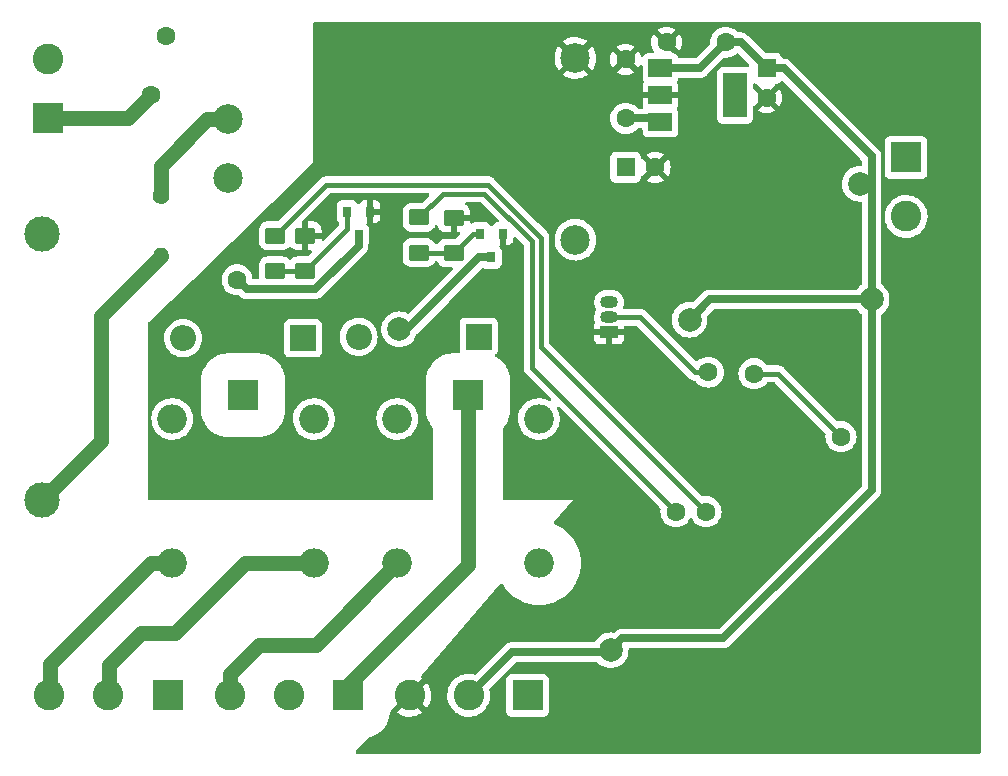
<source format=gbl>
%TF.GenerationSoftware,KiCad,Pcbnew,(6.0.1)*%
%TF.CreationDate,2022-01-24T21:35:52+01:00*%
%TF.ProjectId,SmartSwitch,536d6172-7453-4776-9974-63682e6b6963,rev?*%
%TF.SameCoordinates,Original*%
%TF.FileFunction,Copper,L2,Bot*%
%TF.FilePolarity,Positive*%
%FSLAX46Y46*%
G04 Gerber Fmt 4.6, Leading zero omitted, Abs format (unit mm)*
G04 Created by KiCad (PCBNEW (6.0.1)) date 2022-01-24 21:35:52*
%MOMM*%
%LPD*%
G01*
G04 APERTURE LIST*
G04 Aperture macros list*
%AMRoundRect*
0 Rectangle with rounded corners*
0 $1 Rounding radius*
0 $2 $3 $4 $5 $6 $7 $8 $9 X,Y pos of 4 corners*
0 Add a 4 corners polygon primitive as box body*
4,1,4,$2,$3,$4,$5,$6,$7,$8,$9,$2,$3,0*
0 Add four circle primitives for the rounded corners*
1,1,$1+$1,$2,$3*
1,1,$1+$1,$4,$5*
1,1,$1+$1,$6,$7*
1,1,$1+$1,$8,$9*
0 Add four rect primitives between the rounded corners*
20,1,$1+$1,$2,$3,$4,$5,0*
20,1,$1+$1,$4,$5,$6,$7,0*
20,1,$1+$1,$6,$7,$8,$9,0*
20,1,$1+$1,$8,$9,$2,$3,0*%
G04 Aperture macros list end*
%TA.AperFunction,ComponentPad*%
%ADD10R,1.600000X1.600000*%
%TD*%
%TA.AperFunction,ComponentPad*%
%ADD11C,1.600000*%
%TD*%
%TA.AperFunction,ComponentPad*%
%ADD12C,2.500000*%
%TD*%
%TA.AperFunction,ComponentPad*%
%ADD13R,2.600000X2.600000*%
%TD*%
%TA.AperFunction,ComponentPad*%
%ADD14C,2.600000*%
%TD*%
%TA.AperFunction,ComponentPad*%
%ADD15C,1.400000*%
%TD*%
%TA.AperFunction,ComponentPad*%
%ADD16O,1.400000X1.400000*%
%TD*%
%TA.AperFunction,ComponentPad*%
%ADD17R,2.500000X2.500000*%
%TD*%
%TA.AperFunction,ComponentPad*%
%ADD18O,2.500000X2.500000*%
%TD*%
%TA.AperFunction,ComponentPad*%
%ADD19R,2.200000X2.200000*%
%TD*%
%TA.AperFunction,ComponentPad*%
%ADD20O,2.200000X2.200000*%
%TD*%
%TA.AperFunction,ComponentPad*%
%ADD21R,1.500000X1.050000*%
%TD*%
%TA.AperFunction,ComponentPad*%
%ADD22O,1.500000X1.050000*%
%TD*%
%TA.AperFunction,ComponentPad*%
%ADD23C,3.000000*%
%TD*%
%TA.AperFunction,SMDPad,CuDef*%
%ADD24R,2.000000X1.500000*%
%TD*%
%TA.AperFunction,SMDPad,CuDef*%
%ADD25R,2.000000X3.800000*%
%TD*%
%TA.AperFunction,SMDPad,CuDef*%
%ADD26RoundRect,0.250001X0.624999X-0.462499X0.624999X0.462499X-0.624999X0.462499X-0.624999X-0.462499X0*%
%TD*%
%TA.AperFunction,SMDPad,CuDef*%
%ADD27RoundRect,0.250001X-0.624999X0.462499X-0.624999X-0.462499X0.624999X-0.462499X0.624999X0.462499X0*%
%TD*%
%TA.AperFunction,SMDPad,CuDef*%
%ADD28R,0.800000X0.900000*%
%TD*%
%TA.AperFunction,ViaPad*%
%ADD29C,2.000000*%
%TD*%
%TA.AperFunction,ViaPad*%
%ADD30C,1.600000*%
%TD*%
%TA.AperFunction,ViaPad*%
%ADD31C,0.800000*%
%TD*%
%TA.AperFunction,Conductor*%
%ADD32C,0.635000*%
%TD*%
%TA.AperFunction,Conductor*%
%ADD33C,1.270000*%
%TD*%
%TA.AperFunction,Conductor*%
%ADD34C,0.406400*%
%TD*%
G04 APERTURE END LIST*
D10*
X163373000Y-89454000D03*
D11*
X163373000Y-91954000D03*
D12*
X117780000Y-93772000D03*
X117780000Y-98772000D03*
X147180000Y-88572000D03*
X147180000Y-103972000D03*
D11*
X159900000Y-87250000D03*
X154900000Y-87250000D03*
D13*
X175184000Y-97000000D03*
D14*
X175184000Y-102000000D03*
D13*
X112650000Y-142540000D03*
D14*
X107650000Y-142540000D03*
X102650000Y-142540000D03*
D11*
X151435000Y-93692000D03*
X151435000Y-88692000D03*
D10*
X151435000Y-97836000D03*
D11*
X153935000Y-97836000D03*
X111250000Y-91750000D03*
X112550000Y-86750000D03*
D13*
X127898500Y-142540000D03*
D14*
X122898500Y-142540000D03*
X117898500Y-142540000D03*
D13*
X143147000Y-142540000D03*
D14*
X138147000Y-142540000D03*
X133147000Y-142540000D03*
D15*
X112065000Y-100249000D03*
D16*
X112065000Y-105329000D03*
D17*
X119050000Y-117140000D03*
D18*
X113050000Y-119140000D03*
X113050000Y-131340000D03*
X125050000Y-131340000D03*
X125050000Y-119140000D03*
D19*
X124130000Y-112314000D03*
D20*
X113970000Y-112314000D03*
D21*
X150038000Y-111806000D03*
D22*
X150038000Y-110536000D03*
X150038000Y-109266000D03*
D17*
X138100000Y-117140000D03*
D18*
X132100000Y-119140000D03*
X132100000Y-131340000D03*
X144100000Y-131340000D03*
X144100000Y-119140000D03*
D19*
X138989000Y-112187000D03*
D20*
X128829000Y-112187000D03*
D13*
X102540000Y-93692000D03*
D14*
X102540000Y-88692000D03*
D23*
X102000000Y-126000000D03*
X102000000Y-103500000D03*
D24*
X154381000Y-94040000D03*
X154381000Y-91740000D03*
X154381000Y-89440000D03*
D25*
X160681000Y-91740000D03*
D26*
X136862990Y-105093343D03*
X136862990Y-102118343D03*
D27*
X121765606Y-103636443D03*
X121765606Y-106611443D03*
X133941990Y-102081843D03*
X133941990Y-105056843D03*
D26*
X124305606Y-106611443D03*
X124305606Y-103636443D03*
D28*
X139121000Y-103456000D03*
X141021000Y-103456000D03*
X140071000Y-105456000D03*
X127871865Y-101588015D03*
X129771865Y-101588015D03*
X128821865Y-103588015D03*
D29*
X156845000Y-110744000D03*
X171247000Y-99233000D03*
X172263000Y-109012000D03*
X150165000Y-138730000D03*
D30*
X169672000Y-120650000D03*
X162306000Y-115316000D03*
X155702000Y-127000000D03*
X158242000Y-127000000D03*
X158432500Y-115189000D03*
D29*
X132258000Y-111552000D03*
D30*
X118542000Y-107361000D03*
D31*
X161290000Y-126238000D03*
X171300000Y-94200000D03*
X160385760Y-112598200D03*
X175500000Y-86700000D03*
X160134300Y-143438880D03*
X155371800Y-115778280D03*
X153416000Y-115778280D03*
X172974000Y-126238000D03*
X132500000Y-95000000D03*
X150200000Y-135700000D03*
X151100000Y-140800000D03*
D32*
X151435000Y-93692000D02*
X154033000Y-93692000D01*
X154033000Y-93692000D02*
X154381000Y-94040000D01*
X171247000Y-99233000D02*
X172263000Y-99233000D01*
X141830000Y-138857000D02*
X150038000Y-138857000D01*
X138147000Y-142540000D02*
X141830000Y-138857000D01*
X164808000Y-89454000D02*
X163373000Y-89454000D01*
X172263000Y-96909000D02*
X164808000Y-89454000D01*
X156845000Y-110744000D02*
X158577000Y-109012000D01*
X158577000Y-109012000D02*
X172263000Y-109012000D01*
X172263000Y-109012000D02*
X172263000Y-99233000D01*
X172263000Y-99233000D02*
X172263000Y-96909000D01*
X154381000Y-89440000D02*
X157710000Y-89440000D01*
X163373000Y-89454000D02*
X161169000Y-87250000D01*
X159703999Y-137730001D02*
X172263000Y-125171000D01*
X161169000Y-87250000D02*
X159900000Y-87250000D01*
X151164999Y-137730001D02*
X159703999Y-137730001D01*
X172263000Y-125171000D02*
X172263000Y-110426213D01*
X157710000Y-89440000D02*
X159900000Y-87250000D01*
X172263000Y-110426213D02*
X172263000Y-109012000D01*
X150165000Y-138730000D02*
X151164999Y-137730001D01*
D33*
X107000000Y-110394000D02*
X112065000Y-105329000D01*
X102000000Y-126000000D02*
X107000000Y-121000000D01*
X107000000Y-121000000D02*
X107000000Y-110394000D01*
X109308000Y-93692000D02*
X111250000Y-91750000D01*
X102540000Y-93692000D02*
X109308000Y-93692000D01*
X112065000Y-97719234D02*
X112065000Y-99259051D01*
X112065000Y-99259051D02*
X112065000Y-100249000D01*
X116012234Y-93772000D02*
X112065000Y-97719234D01*
X117780000Y-93772000D02*
X116012234Y-93772000D01*
D34*
X139121000Y-103456000D02*
X138500333Y-103456000D01*
X138500333Y-103456000D02*
X136862990Y-105093343D01*
X133941990Y-105056843D02*
X136826490Y-105056843D01*
X136826490Y-105056843D02*
X136862990Y-105093343D01*
X169672000Y-120650000D02*
X164338000Y-115316000D01*
X164338000Y-115316000D02*
X162306000Y-115316000D01*
X143510000Y-114808000D02*
X155702000Y-127000000D01*
X143510000Y-104099238D02*
X143510000Y-114808000D01*
X139486762Y-100076000D02*
X135947833Y-100076000D01*
X135947833Y-100076000D02*
X133941990Y-102081843D01*
X143510000Y-104099238D02*
X139486762Y-100076000D01*
X144266410Y-113024410D02*
X158242000Y-127000000D01*
X144266410Y-103785925D02*
X144266410Y-113024410D01*
X139800077Y-99319590D02*
X144266410Y-103785925D01*
X121765606Y-103636443D02*
X126082459Y-99319590D01*
X126082459Y-99319590D02*
X139800077Y-99319590D01*
X151194400Y-110536000D02*
X150038000Y-110536000D01*
X157301130Y-115189000D02*
X152648130Y-110536000D01*
X152648130Y-110536000D02*
X151194400Y-110536000D01*
X158432500Y-115189000D02*
X157301130Y-115189000D01*
D33*
X127940000Y-141693802D02*
X127940000Y-142540000D01*
X138100000Y-131533802D02*
X127940000Y-141693802D01*
X138100000Y-117140000D02*
X138100000Y-131533802D01*
X120391523Y-138250000D02*
X117940000Y-140701523D01*
X125190000Y-138250000D02*
X120391523Y-138250000D01*
X117940000Y-140701523D02*
X117940000Y-142540000D01*
X132100000Y-131340000D02*
X125190000Y-138250000D01*
X102700000Y-139922234D02*
X102700000Y-140701523D01*
X113050000Y-131340000D02*
X111282234Y-131340000D01*
X102700000Y-140701523D02*
X102700000Y-142540000D01*
X111282234Y-131340000D02*
X102700000Y-139922234D01*
X107700000Y-142540000D02*
X107700000Y-139970990D01*
X110370990Y-137300000D02*
X113283802Y-137300000D01*
X107700000Y-139970990D02*
X110370990Y-137300000D01*
X119243802Y-131340000D02*
X125050000Y-131340000D01*
X113283802Y-137300000D02*
X119243802Y-131340000D01*
D34*
X127871865Y-103045184D02*
X124305606Y-106611443D01*
X127871865Y-101588015D02*
X127871865Y-103045184D01*
X124305606Y-106611443D02*
X121765606Y-106611443D01*
D32*
X139036000Y-105456000D02*
X132940000Y-111552000D01*
X140071000Y-105456000D02*
X139036000Y-105456000D01*
X132940000Y-111552000D02*
X132258000Y-111552000D01*
X128821865Y-103588015D02*
X128821865Y-104480242D01*
X119341999Y-108160999D02*
X118542000Y-107361000D01*
X125141108Y-108160999D02*
X119341999Y-108160999D01*
X128821865Y-104480242D02*
X125141108Y-108160999D01*
%TA.AperFunction,Conductor*%
G36*
X181434121Y-85528002D02*
G01*
X181480614Y-85581658D01*
X181492000Y-85634000D01*
X181492000Y-147366000D01*
X181471998Y-147434121D01*
X181418342Y-147480614D01*
X181366000Y-147492000D01*
X128714031Y-147492000D01*
X128645910Y-147471998D01*
X128599417Y-147418342D01*
X128589313Y-147348068D01*
X128618671Y-147283644D01*
X129615139Y-146129839D01*
X129674802Y-146091357D01*
X129685918Y-146088616D01*
X129791139Y-146067686D01*
X129795191Y-146066880D01*
X129799100Y-146065553D01*
X129799104Y-146065552D01*
X130076846Y-145971271D01*
X130076847Y-145971271D01*
X130080752Y-145969945D01*
X130208666Y-145906865D01*
X130347514Y-145838393D01*
X130347519Y-145838390D01*
X130351218Y-145836566D01*
X130410967Y-145796643D01*
X130598530Y-145671318D01*
X130598535Y-145671314D01*
X130601961Y-145669025D01*
X130605055Y-145666311D01*
X130605061Y-145666307D01*
X130825600Y-145472898D01*
X130828689Y-145470189D01*
X130840376Y-145456863D01*
X131024807Y-145246561D01*
X131024811Y-145246555D01*
X131027525Y-145243461D01*
X131043626Y-145219365D01*
X131192772Y-144996151D01*
X131195066Y-144992718D01*
X131328445Y-144722252D01*
X131425380Y-144436691D01*
X131442235Y-144351957D01*
X131483410Y-144144959D01*
X131483411Y-144144953D01*
X131484213Y-144140920D01*
X131487296Y-144093891D01*
X131493882Y-143993402D01*
X131496993Y-143984906D01*
X132066839Y-143984906D01*
X132075553Y-143996427D01*
X132182452Y-144074809D01*
X132190351Y-144079745D01*
X132419905Y-144200519D01*
X132428454Y-144204236D01*
X132673327Y-144289749D01*
X132682336Y-144292163D01*
X132937166Y-144340544D01*
X132946423Y-144341598D01*
X133205607Y-144351783D01*
X133214921Y-144351457D01*
X133472753Y-144323220D01*
X133481930Y-144321519D01*
X133732758Y-144255481D01*
X133741574Y-144252445D01*
X133979880Y-144150062D01*
X133988167Y-144145748D01*
X134208718Y-144009266D01*
X134216268Y-144003780D01*
X134221559Y-143999301D01*
X134229997Y-143986497D01*
X134223935Y-143976145D01*
X133159812Y-142912022D01*
X133145868Y-142904408D01*
X133144035Y-142904539D01*
X133137420Y-142908790D01*
X132073497Y-143972713D01*
X132066839Y-143984906D01*
X131496993Y-143984906D01*
X131518296Y-143926735D01*
X131524252Y-143919287D01*
X131554108Y-143884717D01*
X132257330Y-143070460D01*
X132786658Y-142541132D01*
X133511408Y-142541132D01*
X133511539Y-142542965D01*
X133515790Y-142549580D01*
X134583094Y-143616884D01*
X134595474Y-143623644D01*
X134603815Y-143617400D01*
X134737832Y-143409048D01*
X134742275Y-143400864D01*
X134848807Y-143164370D01*
X134851997Y-143155605D01*
X134922402Y-142905972D01*
X134924262Y-142896830D01*
X134957187Y-142638019D01*
X134957668Y-142631733D01*
X134959987Y-142543160D01*
X134959836Y-142536851D01*
X134956542Y-142492526D01*
X136334050Y-142492526D01*
X136334274Y-142497192D01*
X136334274Y-142497197D01*
X136340215Y-142620869D01*
X136346947Y-142761019D01*
X136399388Y-143024656D01*
X136490220Y-143277646D01*
X136617450Y-143514431D01*
X136620241Y-143518168D01*
X136620245Y-143518175D01*
X136699003Y-143623644D01*
X136778281Y-143729810D01*
X136781590Y-143733090D01*
X136781595Y-143733096D01*
X136965407Y-143915310D01*
X136969180Y-143919050D01*
X136972942Y-143921808D01*
X136972945Y-143921811D01*
X137084737Y-144003780D01*
X137185954Y-144077995D01*
X137190089Y-144080171D01*
X137190093Y-144080173D01*
X137419698Y-144200975D01*
X137423840Y-144203154D01*
X137677613Y-144291775D01*
X137682206Y-144292647D01*
X137937109Y-144341042D01*
X137937112Y-144341042D01*
X137941698Y-144341913D01*
X138069370Y-144346929D01*
X138205625Y-144352283D01*
X138205630Y-144352283D01*
X138210293Y-144352466D01*
X138314607Y-144341042D01*
X138472844Y-144323713D01*
X138472850Y-144323712D01*
X138477497Y-144323203D01*
X138482021Y-144322012D01*
X138732918Y-144255956D01*
X138732920Y-144255955D01*
X138737441Y-144254765D01*
X138844795Y-144208642D01*
X138980120Y-144150502D01*
X138980122Y-144150501D01*
X138984414Y-144148657D01*
X139103751Y-144074809D01*
X139209017Y-144009669D01*
X139209021Y-144009666D01*
X139212990Y-144007210D01*
X139353648Y-143888134D01*
X141338500Y-143888134D01*
X141345255Y-143950316D01*
X141396385Y-144086705D01*
X141483739Y-144203261D01*
X141600295Y-144290615D01*
X141736684Y-144341745D01*
X141798866Y-144348500D01*
X144495134Y-144348500D01*
X144557316Y-144341745D01*
X144693705Y-144290615D01*
X144810261Y-144203261D01*
X144897615Y-144086705D01*
X144948745Y-143950316D01*
X144955500Y-143888134D01*
X144955500Y-141191866D01*
X144948745Y-141129684D01*
X144897615Y-140993295D01*
X144810261Y-140876739D01*
X144693705Y-140789385D01*
X144557316Y-140738255D01*
X144495134Y-140731500D01*
X141798866Y-140731500D01*
X141736684Y-140738255D01*
X141600295Y-140789385D01*
X141483739Y-140876739D01*
X141396385Y-140993295D01*
X141345255Y-141129684D01*
X141338500Y-141191866D01*
X141338500Y-143888134D01*
X139353648Y-143888134D01*
X139418149Y-143833530D01*
X139595382Y-143631434D01*
X139740797Y-143405361D01*
X139851199Y-143160278D01*
X139888209Y-143029051D01*
X139922893Y-142906072D01*
X139922894Y-142906069D01*
X139924163Y-142901568D01*
X139942043Y-142761019D01*
X139957688Y-142638045D01*
X139957688Y-142638041D01*
X139958086Y-142634915D01*
X139958170Y-142631733D01*
X139960488Y-142543160D01*
X139960571Y-142540000D01*
X139940650Y-142271937D01*
X139890028Y-142048216D01*
X139894503Y-141977361D01*
X139923826Y-141931314D01*
X142135235Y-139719905D01*
X142197547Y-139685879D01*
X142224330Y-139683000D01*
X148937044Y-139683000D01*
X149005165Y-139703002D01*
X149032855Y-139727170D01*
X149091813Y-139796202D01*
X149091818Y-139796207D01*
X149095031Y-139799969D01*
X149275584Y-139954176D01*
X149279792Y-139956755D01*
X149279798Y-139956759D01*
X149473817Y-140075654D01*
X149478037Y-140078240D01*
X149482607Y-140080133D01*
X149482611Y-140080135D01*
X149692833Y-140167211D01*
X149697406Y-140169105D01*
X149777609Y-140188360D01*
X149923476Y-140223380D01*
X149923482Y-140223381D01*
X149928289Y-140224535D01*
X150165000Y-140243165D01*
X150401711Y-140224535D01*
X150406518Y-140223381D01*
X150406524Y-140223380D01*
X150552391Y-140188360D01*
X150632594Y-140169105D01*
X150637167Y-140167211D01*
X150847389Y-140080135D01*
X150847393Y-140080133D01*
X150851963Y-140078240D01*
X150856183Y-140075654D01*
X151050202Y-139956759D01*
X151050208Y-139956755D01*
X151054416Y-139954176D01*
X151234969Y-139799969D01*
X151389176Y-139619416D01*
X151391755Y-139615208D01*
X151391759Y-139615202D01*
X151510654Y-139421183D01*
X151513240Y-139416963D01*
X151557184Y-139310874D01*
X151602211Y-139202167D01*
X151602212Y-139202165D01*
X151604105Y-139197594D01*
X151623360Y-139117391D01*
X151658380Y-138971524D01*
X151658381Y-138971518D01*
X151659535Y-138966711D01*
X151678165Y-138730000D01*
X151677777Y-138725070D01*
X151677777Y-138725059D01*
X151675166Y-138691888D01*
X151689760Y-138622408D01*
X151739602Y-138571848D01*
X151800777Y-138556001D01*
X159663966Y-138556001D01*
X159674511Y-138556443D01*
X159724299Y-138560624D01*
X159801742Y-138550290D01*
X159804742Y-138549928D01*
X159846497Y-138545392D01*
X159875633Y-138542227D01*
X159875635Y-138542227D01*
X159882416Y-138541490D01*
X159888882Y-138539314D01*
X159891232Y-138538797D01*
X159891782Y-138538700D01*
X159892549Y-138538521D01*
X159893084Y-138538366D01*
X159895431Y-138537790D01*
X159902189Y-138536888D01*
X159975541Y-138510190D01*
X159978442Y-138509175D01*
X160046038Y-138486426D01*
X160046045Y-138486423D01*
X160052510Y-138484247D01*
X160058359Y-138480732D01*
X160060552Y-138479719D01*
X160061067Y-138479507D01*
X160061765Y-138479174D01*
X160062266Y-138478901D01*
X160064420Y-138477841D01*
X160070833Y-138475507D01*
X160136801Y-138433642D01*
X160139393Y-138432042D01*
X160200501Y-138395325D01*
X160206343Y-138391815D01*
X160211294Y-138387134D01*
X160213230Y-138385664D01*
X160214161Y-138385016D01*
X160217995Y-138382116D01*
X160222363Y-138379344D01*
X160226463Y-138375678D01*
X160278386Y-138323755D01*
X160280908Y-138321302D01*
X160331781Y-138273194D01*
X160331783Y-138273192D01*
X160336739Y-138268505D01*
X160340573Y-138262864D01*
X160344702Y-138258012D01*
X160351559Y-138250582D01*
X172818755Y-125783385D01*
X172826522Y-125776242D01*
X172859479Y-125748391D01*
X172864693Y-125743985D01*
X172912117Y-125681957D01*
X172914010Y-125679542D01*
X172958694Y-125623967D01*
X172962970Y-125618649D01*
X172966005Y-125612536D01*
X172967312Y-125610492D01*
X172967630Y-125610038D01*
X172968036Y-125609385D01*
X172968306Y-125608895D01*
X172969557Y-125606829D01*
X172973697Y-125601414D01*
X173006693Y-125530654D01*
X173008027Y-125527882D01*
X173032919Y-125477737D01*
X173042767Y-125457898D01*
X173044419Y-125451273D01*
X173045253Y-125449006D01*
X173045472Y-125448481D01*
X173045721Y-125447777D01*
X173045883Y-125447227D01*
X173046661Y-125444943D01*
X173049543Y-125438761D01*
X173051031Y-125432103D01*
X173051034Y-125432095D01*
X173066581Y-125362542D01*
X173067289Y-125359546D01*
X173084533Y-125290385D01*
X173084533Y-125290382D01*
X173086184Y-125283762D01*
X173086375Y-125276941D01*
X173086703Y-125274544D01*
X173086904Y-125273430D01*
X173087566Y-125268656D01*
X173088693Y-125263616D01*
X173089000Y-125258125D01*
X173089000Y-125184711D01*
X173089049Y-125181193D01*
X173091004Y-125111186D01*
X173091195Y-125104365D01*
X173089916Y-125097658D01*
X173089406Y-125091323D01*
X173089000Y-125081216D01*
X173089000Y-110345601D01*
X173109002Y-110277480D01*
X173144770Y-110242469D01*
X173144191Y-110241672D01*
X173148197Y-110238761D01*
X173152416Y-110236176D01*
X173332969Y-110081969D01*
X173487176Y-109901416D01*
X173489755Y-109897208D01*
X173489759Y-109897202D01*
X173608654Y-109703183D01*
X173611240Y-109698963D01*
X173618943Y-109680368D01*
X173700211Y-109484167D01*
X173700212Y-109484165D01*
X173702105Y-109479594D01*
X173743592Y-109306789D01*
X173756380Y-109253524D01*
X173756381Y-109253518D01*
X173757535Y-109248711D01*
X173776165Y-109012000D01*
X173757535Y-108775289D01*
X173755506Y-108766834D01*
X173713762Y-108592961D01*
X173702105Y-108544406D01*
X173698391Y-108535440D01*
X173613135Y-108329611D01*
X173613133Y-108329607D01*
X173611240Y-108325037D01*
X173598396Y-108304077D01*
X173489759Y-108126798D01*
X173489755Y-108126792D01*
X173487176Y-108122584D01*
X173332969Y-107942031D01*
X173204627Y-107832416D01*
X173156178Y-107791037D01*
X173152416Y-107787824D01*
X173148197Y-107785239D01*
X173144191Y-107782328D01*
X173144994Y-107781223D01*
X173101532Y-107733180D01*
X173089000Y-107678399D01*
X173089000Y-101952526D01*
X173371050Y-101952526D01*
X173371274Y-101957192D01*
X173371274Y-101957197D01*
X173373179Y-101996851D01*
X173383947Y-102221019D01*
X173436388Y-102484656D01*
X173527220Y-102737646D01*
X173529432Y-102741762D01*
X173529433Y-102741765D01*
X173593555Y-102861100D01*
X173654450Y-102974431D01*
X173657241Y-102978168D01*
X173657245Y-102978175D01*
X173741820Y-103091434D01*
X173815281Y-103189810D01*
X173818590Y-103193090D01*
X173818595Y-103193096D01*
X173985798Y-103358845D01*
X174006180Y-103379050D01*
X174009942Y-103381808D01*
X174009945Y-103381811D01*
X174122299Y-103464192D01*
X174222954Y-103537995D01*
X174227089Y-103540171D01*
X174227093Y-103540173D01*
X174383490Y-103622458D01*
X174460840Y-103663154D01*
X174598847Y-103711348D01*
X174680405Y-103739829D01*
X174714613Y-103751775D01*
X174719206Y-103752647D01*
X174974109Y-103801042D01*
X174974112Y-103801042D01*
X174978698Y-103801913D01*
X175106370Y-103806929D01*
X175242625Y-103812283D01*
X175242630Y-103812283D01*
X175247293Y-103812466D01*
X175351607Y-103801042D01*
X175509844Y-103783713D01*
X175509850Y-103783712D01*
X175514497Y-103783203D01*
X175599578Y-103760803D01*
X175769918Y-103715956D01*
X175769920Y-103715955D01*
X175774441Y-103714765D01*
X175778738Y-103712919D01*
X176017120Y-103610502D01*
X176017122Y-103610501D01*
X176021414Y-103608657D01*
X176140071Y-103535230D01*
X176246017Y-103469669D01*
X176246021Y-103469666D01*
X176249990Y-103467210D01*
X176455149Y-103293530D01*
X176632382Y-103091434D01*
X176652569Y-103060051D01*
X176775269Y-102869291D01*
X176777797Y-102865361D01*
X176888199Y-102620278D01*
X176899501Y-102580204D01*
X176959893Y-102366072D01*
X176959894Y-102366069D01*
X176961163Y-102361568D01*
X176975397Y-102249680D01*
X176994688Y-102098045D01*
X176994688Y-102098041D01*
X176995086Y-102094915D01*
X176997571Y-102000000D01*
X176977650Y-101731937D01*
X176976619Y-101727379D01*
X176919361Y-101474331D01*
X176919360Y-101474326D01*
X176918327Y-101469763D01*
X176820902Y-101219238D01*
X176687518Y-100985864D01*
X176673584Y-100968188D01*
X176589711Y-100861796D01*
X176521105Y-100774769D01*
X176325317Y-100590591D01*
X176136725Y-100459759D01*
X176108299Y-100440039D01*
X176108296Y-100440037D01*
X176104457Y-100437374D01*
X176100264Y-100435306D01*
X175867564Y-100320551D01*
X175867561Y-100320550D01*
X175863376Y-100318486D01*
X175815745Y-100303239D01*
X175761621Y-100285914D01*
X175607370Y-100236538D01*
X175602763Y-100235788D01*
X175602760Y-100235787D01*
X175346674Y-100194081D01*
X175346675Y-100194081D01*
X175342063Y-100193330D01*
X175211719Y-100191624D01*
X175077961Y-100189873D01*
X175077958Y-100189873D01*
X175073284Y-100189812D01*
X174806937Y-100226060D01*
X174548874Y-100301278D01*
X174304763Y-100413815D01*
X174300854Y-100416378D01*
X174083881Y-100558631D01*
X174083876Y-100558635D01*
X174079968Y-100561197D01*
X174000991Y-100631687D01*
X173893168Y-100727923D01*
X173879426Y-100740188D01*
X173778798Y-100861180D01*
X173715453Y-100937345D01*
X173707544Y-100946854D01*
X173568096Y-101176656D01*
X173566287Y-101180970D01*
X173566285Y-101180974D01*
X173503987Y-101329540D01*
X173464148Y-101424545D01*
X173397981Y-101685077D01*
X173371050Y-101952526D01*
X173089000Y-101952526D01*
X173089000Y-99311333D01*
X173090692Y-99290753D01*
X173091460Y-99286116D01*
X173091460Y-99286115D01*
X173092575Y-99279380D01*
X173090145Y-99233000D01*
X173089173Y-99214462D01*
X173089000Y-99207868D01*
X173089000Y-98348134D01*
X173375500Y-98348134D01*
X173382255Y-98410316D01*
X173433385Y-98546705D01*
X173520739Y-98663261D01*
X173637295Y-98750615D01*
X173773684Y-98801745D01*
X173835866Y-98808500D01*
X176532134Y-98808500D01*
X176594316Y-98801745D01*
X176730705Y-98750615D01*
X176847261Y-98663261D01*
X176934615Y-98546705D01*
X176985745Y-98410316D01*
X176992500Y-98348134D01*
X176992500Y-95651866D01*
X176985745Y-95589684D01*
X176934615Y-95453295D01*
X176847261Y-95336739D01*
X176730705Y-95249385D01*
X176594316Y-95198255D01*
X176532134Y-95191500D01*
X173835866Y-95191500D01*
X173773684Y-95198255D01*
X173637295Y-95249385D01*
X173520739Y-95336739D01*
X173433385Y-95453295D01*
X173382255Y-95589684D01*
X173375500Y-95651866D01*
X173375500Y-98348134D01*
X173089000Y-98348134D01*
X173089000Y-96949033D01*
X173089442Y-96938489D01*
X173093052Y-96895498D01*
X173093623Y-96888700D01*
X173083289Y-96811257D01*
X173082924Y-96808236D01*
X173075226Y-96737366D01*
X173075226Y-96737364D01*
X173074489Y-96730583D01*
X173072313Y-96724117D01*
X173071796Y-96721767D01*
X173071699Y-96721218D01*
X173071522Y-96720459D01*
X173071364Y-96719914D01*
X173070789Y-96717575D01*
X173069887Y-96710810D01*
X173043169Y-96637404D01*
X173042168Y-96634545D01*
X173032061Y-96604510D01*
X173017246Y-96560489D01*
X173013731Y-96554639D01*
X173012709Y-96552427D01*
X173012501Y-96551922D01*
X173012175Y-96551239D01*
X173011894Y-96550723D01*
X173010840Y-96548582D01*
X173008505Y-96542166D01*
X172996649Y-96523483D01*
X172966669Y-96476241D01*
X172965052Y-96473623D01*
X172928328Y-96412504D01*
X172928327Y-96412503D01*
X172924814Y-96406656D01*
X172920126Y-96401699D01*
X172918657Y-96399763D01*
X172918016Y-96398840D01*
X172915108Y-96394995D01*
X172912342Y-96390636D01*
X172908677Y-96386536D01*
X172856754Y-96334613D01*
X172854301Y-96332091D01*
X172806193Y-96281218D01*
X172806191Y-96281216D01*
X172801504Y-96276260D01*
X172795863Y-96272426D01*
X172791011Y-96268297D01*
X172783581Y-96261440D01*
X165420385Y-88898245D01*
X165413242Y-88890478D01*
X165385390Y-88857520D01*
X165380985Y-88852307D01*
X165318934Y-88804866D01*
X165316514Y-88802968D01*
X165260968Y-88758307D01*
X165255650Y-88754031D01*
X165249540Y-88750998D01*
X165247504Y-88749696D01*
X165247048Y-88749377D01*
X165246390Y-88748967D01*
X165245900Y-88748698D01*
X165243834Y-88747447D01*
X165238414Y-88743303D01*
X165167646Y-88710304D01*
X165164875Y-88708970D01*
X165149988Y-88701580D01*
X165094898Y-88674233D01*
X165088273Y-88672581D01*
X165086006Y-88671747D01*
X165085481Y-88671528D01*
X165084777Y-88671279D01*
X165084227Y-88671117D01*
X165081943Y-88670339D01*
X165075761Y-88667457D01*
X165069103Y-88665969D01*
X165069095Y-88665966D01*
X164999542Y-88650419D01*
X164996546Y-88649711D01*
X164927385Y-88632467D01*
X164927382Y-88632467D01*
X164920762Y-88630816D01*
X164913941Y-88630625D01*
X164911544Y-88630297D01*
X164910430Y-88630096D01*
X164905656Y-88629434D01*
X164900616Y-88628307D01*
X164895125Y-88628000D01*
X164821711Y-88628000D01*
X164818193Y-88627951D01*
X164789625Y-88627153D01*
X164722089Y-88605257D01*
X164677113Y-88550324D01*
X164674913Y-88543621D01*
X164674745Y-88543684D01*
X164651606Y-88481961D01*
X164623615Y-88407295D01*
X164536261Y-88290739D01*
X164419705Y-88203385D01*
X164283316Y-88152255D01*
X164221134Y-88145500D01*
X163284830Y-88145500D01*
X163216709Y-88125498D01*
X163195735Y-88108595D01*
X161781385Y-86694245D01*
X161774242Y-86686478D01*
X161746390Y-86653520D01*
X161741985Y-86648307D01*
X161679934Y-86600866D01*
X161677514Y-86598968D01*
X161621968Y-86554307D01*
X161616650Y-86550031D01*
X161610540Y-86546998D01*
X161608504Y-86545696D01*
X161608048Y-86545377D01*
X161607390Y-86544967D01*
X161606900Y-86544698D01*
X161604834Y-86543447D01*
X161599414Y-86539303D01*
X161528646Y-86506304D01*
X161525875Y-86504970D01*
X161455898Y-86470233D01*
X161449273Y-86468581D01*
X161447006Y-86467747D01*
X161446481Y-86467528D01*
X161445777Y-86467279D01*
X161445227Y-86467117D01*
X161442943Y-86466339D01*
X161436761Y-86463457D01*
X161430103Y-86461969D01*
X161430095Y-86461966D01*
X161360542Y-86446419D01*
X161357546Y-86445711D01*
X161288385Y-86428467D01*
X161288382Y-86428467D01*
X161281762Y-86426816D01*
X161274941Y-86426625D01*
X161272544Y-86426297D01*
X161271430Y-86426096D01*
X161266656Y-86425434D01*
X161261616Y-86424307D01*
X161256125Y-86424000D01*
X161182711Y-86424000D01*
X161179193Y-86423951D01*
X161178283Y-86423926D01*
X161102365Y-86421805D01*
X161095658Y-86423084D01*
X161089323Y-86423594D01*
X161079216Y-86424000D01*
X160976688Y-86424000D01*
X160908567Y-86403998D01*
X160887593Y-86387095D01*
X160744300Y-86243802D01*
X160739792Y-86240645D01*
X160739789Y-86240643D01*
X160613920Y-86152509D01*
X160556749Y-86112477D01*
X160551767Y-86110154D01*
X160551762Y-86110151D01*
X160354225Y-86018039D01*
X160354224Y-86018039D01*
X160349243Y-86015716D01*
X160343935Y-86014294D01*
X160343933Y-86014293D01*
X160133402Y-85957881D01*
X160133400Y-85957881D01*
X160128087Y-85956457D01*
X159900000Y-85936502D01*
X159671913Y-85956457D01*
X159666600Y-85957881D01*
X159666598Y-85957881D01*
X159456067Y-86014293D01*
X159456065Y-86014294D01*
X159450757Y-86015716D01*
X159445776Y-86018039D01*
X159445775Y-86018039D01*
X159248238Y-86110151D01*
X159248233Y-86110154D01*
X159243251Y-86112477D01*
X159186080Y-86152509D01*
X159060211Y-86240643D01*
X159060208Y-86240645D01*
X159055700Y-86243802D01*
X158893802Y-86405700D01*
X158890645Y-86410208D01*
X158890643Y-86410211D01*
X158879380Y-86426297D01*
X158762477Y-86593251D01*
X158760154Y-86598233D01*
X158760151Y-86598238D01*
X158717127Y-86690505D01*
X158665716Y-86800757D01*
X158664294Y-86806065D01*
X158664293Y-86806067D01*
X158643019Y-86885461D01*
X158606457Y-87021913D01*
X158586502Y-87250000D01*
X158586981Y-87255475D01*
X158586981Y-87255476D01*
X158593075Y-87325135D01*
X158579085Y-87394740D01*
X158556649Y-87425211D01*
X157404765Y-88577095D01*
X157342453Y-88611121D01*
X157315670Y-88614000D01*
X155982937Y-88614000D01*
X155914816Y-88593998D01*
X155868323Y-88540342D01*
X155864955Y-88532229D01*
X155834768Y-88451705D01*
X155834767Y-88451704D01*
X155831615Y-88443295D01*
X155744261Y-88326739D01*
X155627705Y-88239385D01*
X155497246Y-88190478D01*
X155452381Y-88161591D01*
X154541922Y-87251132D01*
X155264408Y-87251132D01*
X155264539Y-87252965D01*
X155268790Y-87259580D01*
X155974287Y-87965077D01*
X155986062Y-87971507D01*
X155998077Y-87962211D01*
X156033931Y-87911006D01*
X156039414Y-87901511D01*
X156131490Y-87704053D01*
X156135236Y-87693761D01*
X156191625Y-87483312D01*
X156193528Y-87472519D01*
X156212517Y-87255475D01*
X156212517Y-87244525D01*
X156193528Y-87027481D01*
X156191625Y-87016688D01*
X156135236Y-86806239D01*
X156131490Y-86795947D01*
X156039414Y-86598489D01*
X156033931Y-86588994D01*
X155997491Y-86536952D01*
X155987012Y-86528576D01*
X155973566Y-86535644D01*
X155272022Y-87237188D01*
X155264408Y-87251132D01*
X154541922Y-87251132D01*
X153825713Y-86534923D01*
X153813938Y-86528493D01*
X153801923Y-86537789D01*
X153766069Y-86588994D01*
X153760586Y-86598489D01*
X153668510Y-86795947D01*
X153664764Y-86806239D01*
X153608375Y-87016688D01*
X153606472Y-87027481D01*
X153587483Y-87244525D01*
X153587483Y-87255475D01*
X153606472Y-87472519D01*
X153608375Y-87483312D01*
X153664764Y-87693761D01*
X153668510Y-87704053D01*
X153760586Y-87901511D01*
X153766069Y-87911006D01*
X153816640Y-87983229D01*
X153839328Y-88050503D01*
X153822043Y-88119363D01*
X153770274Y-88167948D01*
X153713427Y-88181500D01*
X153332866Y-88181500D01*
X153270684Y-88188255D01*
X153134295Y-88239385D01*
X153017739Y-88326739D01*
X152964890Y-88397256D01*
X152932698Y-88440209D01*
X152875839Y-88482724D01*
X152805020Y-88487750D01*
X152742727Y-88453690D01*
X152710165Y-88397256D01*
X152670235Y-88248236D01*
X152666490Y-88237947D01*
X152574414Y-88040489D01*
X152568931Y-88030994D01*
X152532491Y-87978952D01*
X152522012Y-87970576D01*
X152508566Y-87977644D01*
X151807022Y-88679188D01*
X151799408Y-88693132D01*
X151799539Y-88694965D01*
X151803790Y-88701580D01*
X152509287Y-89407077D01*
X152521062Y-89413507D01*
X152533077Y-89404211D01*
X152568931Y-89353006D01*
X152574414Y-89343511D01*
X152632305Y-89219362D01*
X152679222Y-89166077D01*
X152747500Y-89146616D01*
X152815459Y-89167158D01*
X152861525Y-89221181D01*
X152872500Y-89272612D01*
X152872500Y-90238134D01*
X152879255Y-90300316D01*
X152930385Y-90436705D01*
X152978350Y-90500705D01*
X152988953Y-90514852D01*
X153013801Y-90581358D01*
X152998748Y-90650741D01*
X152988953Y-90665982D01*
X152936214Y-90736352D01*
X152927676Y-90751946D01*
X152882522Y-90872394D01*
X152878895Y-90887649D01*
X152873369Y-90938514D01*
X152873000Y-90945328D01*
X152873000Y-91467885D01*
X152877475Y-91483124D01*
X152878865Y-91484329D01*
X152886548Y-91486000D01*
X155870884Y-91486000D01*
X155886123Y-91481525D01*
X155887328Y-91480135D01*
X155888999Y-91472452D01*
X155888999Y-90945331D01*
X155888629Y-90938510D01*
X155883105Y-90887648D01*
X155879479Y-90872396D01*
X155834324Y-90751946D01*
X155825786Y-90736352D01*
X155773047Y-90665982D01*
X155748199Y-90599476D01*
X155763252Y-90530093D01*
X155773047Y-90514852D01*
X155783650Y-90500705D01*
X155831615Y-90436705D01*
X155842299Y-90408207D01*
X155864955Y-90347771D01*
X155907596Y-90291006D01*
X155974158Y-90266306D01*
X155982937Y-90266000D01*
X157669967Y-90266000D01*
X157680512Y-90266442D01*
X157730300Y-90270623D01*
X157807743Y-90260289D01*
X157810743Y-90259927D01*
X157852498Y-90255391D01*
X157881634Y-90252226D01*
X157881636Y-90252226D01*
X157888417Y-90251489D01*
X157894883Y-90249313D01*
X157897233Y-90248796D01*
X157897783Y-90248699D01*
X157898550Y-90248520D01*
X157899085Y-90248365D01*
X157901432Y-90247789D01*
X157908190Y-90246887D01*
X157981542Y-90220189D01*
X157984443Y-90219174D01*
X158052039Y-90196425D01*
X158052046Y-90196422D01*
X158058511Y-90194246D01*
X158064360Y-90190731D01*
X158066553Y-90189718D01*
X158067068Y-90189506D01*
X158067766Y-90189173D01*
X158068267Y-90188900D01*
X158070421Y-90187840D01*
X158076834Y-90185506D01*
X158142802Y-90143641D01*
X158145394Y-90142041D01*
X158212344Y-90101814D01*
X158217295Y-90097133D01*
X158219231Y-90095663D01*
X158220162Y-90095015D01*
X158223996Y-90092115D01*
X158228364Y-90089343D01*
X158232464Y-90085677D01*
X158284386Y-90033755D01*
X158286908Y-90031302D01*
X158337782Y-89983193D01*
X158337784Y-89983191D01*
X158342740Y-89978504D01*
X158346574Y-89972863D01*
X158350703Y-89968011D01*
X158357560Y-89960581D01*
X159033502Y-89284639D01*
X159724789Y-88593351D01*
X159787101Y-88559326D01*
X159824865Y-88556925D01*
X159894524Y-88563019D01*
X159894525Y-88563019D01*
X159900000Y-88563498D01*
X160128087Y-88543543D01*
X160133400Y-88542119D01*
X160133402Y-88542119D01*
X160343933Y-88485707D01*
X160343935Y-88485706D01*
X160349243Y-88484284D01*
X160354225Y-88481961D01*
X160551762Y-88389849D01*
X160551767Y-88389846D01*
X160556749Y-88387523D01*
X160671936Y-88306868D01*
X160739789Y-88259357D01*
X160739792Y-88259355D01*
X160744300Y-88256198D01*
X160786584Y-88213914D01*
X160848896Y-88179888D01*
X160919711Y-88184953D01*
X160964774Y-88213914D01*
X161872410Y-89121550D01*
X161906436Y-89183862D01*
X161901371Y-89254677D01*
X161858824Y-89311513D01*
X161792304Y-89336324D01*
X161769712Y-89335908D01*
X161729134Y-89331500D01*
X159632866Y-89331500D01*
X159570684Y-89338255D01*
X159434295Y-89389385D01*
X159317739Y-89476739D01*
X159230385Y-89593295D01*
X159179255Y-89729684D01*
X159172500Y-89791866D01*
X159172500Y-93688134D01*
X159179255Y-93750316D01*
X159230385Y-93886705D01*
X159317739Y-94003261D01*
X159434295Y-94090615D01*
X159570684Y-94141745D01*
X159632866Y-94148500D01*
X161729134Y-94148500D01*
X161791316Y-94141745D01*
X161927705Y-94090615D01*
X162044261Y-94003261D01*
X162131615Y-93886705D01*
X162182745Y-93750316D01*
X162189500Y-93688134D01*
X162189500Y-93040062D01*
X162651493Y-93040062D01*
X162660789Y-93052077D01*
X162711994Y-93087931D01*
X162721489Y-93093414D01*
X162918947Y-93185490D01*
X162929239Y-93189236D01*
X163139688Y-93245625D01*
X163150481Y-93247528D01*
X163367525Y-93266517D01*
X163378475Y-93266517D01*
X163595519Y-93247528D01*
X163606312Y-93245625D01*
X163816761Y-93189236D01*
X163827053Y-93185490D01*
X164024511Y-93093414D01*
X164034006Y-93087931D01*
X164086048Y-93051491D01*
X164094424Y-93041012D01*
X164087356Y-93027566D01*
X163385812Y-92326022D01*
X163371868Y-92318408D01*
X163370035Y-92318539D01*
X163363420Y-92322790D01*
X162657923Y-93028287D01*
X162651493Y-93040062D01*
X162189500Y-93040062D01*
X162189500Y-92802257D01*
X162209502Y-92734136D01*
X162256876Y-92690726D01*
X162299434Y-92668356D01*
X163000978Y-91966812D01*
X163007356Y-91955132D01*
X163737408Y-91955132D01*
X163737539Y-91956965D01*
X163741790Y-91963580D01*
X164447287Y-92669077D01*
X164459062Y-92675507D01*
X164471077Y-92666211D01*
X164506931Y-92615006D01*
X164512414Y-92605511D01*
X164604490Y-92408053D01*
X164608236Y-92397761D01*
X164664625Y-92187312D01*
X164666528Y-92176519D01*
X164685517Y-91959475D01*
X164685517Y-91948525D01*
X164666528Y-91731481D01*
X164664625Y-91720688D01*
X164608236Y-91510239D01*
X164604490Y-91499947D01*
X164512414Y-91302489D01*
X164506931Y-91292994D01*
X164470491Y-91240952D01*
X164460012Y-91232576D01*
X164446566Y-91239644D01*
X163745022Y-91941188D01*
X163737408Y-91955132D01*
X163007356Y-91955132D01*
X163008592Y-91952868D01*
X163008461Y-91951035D01*
X163004210Y-91944420D01*
X162298712Y-91238922D01*
X162255114Y-91215115D01*
X162204912Y-91164912D01*
X162189500Y-91104528D01*
X162189500Y-90835131D01*
X162209502Y-90767010D01*
X162263158Y-90720517D01*
X162333432Y-90710413D01*
X162359728Y-90717148D01*
X162462684Y-90755745D01*
X162506252Y-90760478D01*
X162521486Y-90762133D01*
X162521489Y-90762133D01*
X162524866Y-90762500D01*
X162528185Y-90762500D01*
X162595110Y-90786153D01*
X162630804Y-90832156D01*
X162632734Y-90831141D01*
X162638442Y-90842000D01*
X162638632Y-90842245D01*
X162638653Y-90842403D01*
X162658644Y-90880434D01*
X163360188Y-91581978D01*
X163374132Y-91589592D01*
X163375965Y-91589461D01*
X163382580Y-91585210D01*
X164088077Y-90879713D01*
X164110871Y-90837971D01*
X164113047Y-90827971D01*
X164163253Y-90777773D01*
X164216814Y-90762549D01*
X164217719Y-90762500D01*
X164221134Y-90762500D01*
X164224530Y-90762131D01*
X164224532Y-90762131D01*
X164236879Y-90760790D01*
X164283316Y-90755745D01*
X164419705Y-90704615D01*
X164536261Y-90617261D01*
X164541644Y-90610079D01*
X164563426Y-90581016D01*
X164620285Y-90538501D01*
X164691104Y-90533477D01*
X164753346Y-90567487D01*
X171400095Y-97214235D01*
X171434121Y-97276547D01*
X171437000Y-97303330D01*
X171437000Y-97598482D01*
X171416998Y-97666603D01*
X171363342Y-97713096D01*
X171301114Y-97724094D01*
X171251930Y-97720223D01*
X171247000Y-97719835D01*
X171010289Y-97738465D01*
X171005482Y-97739619D01*
X171005476Y-97739620D01*
X170859609Y-97774640D01*
X170779406Y-97793895D01*
X170774835Y-97795788D01*
X170774833Y-97795789D01*
X170564611Y-97882865D01*
X170564607Y-97882867D01*
X170560037Y-97884760D01*
X170555817Y-97887346D01*
X170361798Y-98006241D01*
X170361792Y-98006245D01*
X170357584Y-98008824D01*
X170177031Y-98163031D01*
X170022824Y-98343584D01*
X170020245Y-98347792D01*
X170020241Y-98347798D01*
X169981930Y-98410316D01*
X169898760Y-98546037D01*
X169896867Y-98550607D01*
X169896865Y-98550611D01*
X169812716Y-98753767D01*
X169807895Y-98765406D01*
X169801383Y-98792531D01*
X169757477Y-98975414D01*
X169752465Y-98996289D01*
X169733835Y-99233000D01*
X169752465Y-99469711D01*
X169753619Y-99474518D01*
X169753620Y-99474524D01*
X169788640Y-99620391D01*
X169807895Y-99700594D01*
X169809788Y-99705165D01*
X169809789Y-99705167D01*
X169878343Y-99870671D01*
X169898760Y-99919963D01*
X169901346Y-99924183D01*
X170020241Y-100118202D01*
X170020245Y-100118208D01*
X170022824Y-100122416D01*
X170177031Y-100302969D01*
X170357584Y-100457176D01*
X170361792Y-100459755D01*
X170361798Y-100459759D01*
X170527330Y-100561197D01*
X170560037Y-100581240D01*
X170564607Y-100583133D01*
X170564611Y-100583135D01*
X170721527Y-100648131D01*
X170779406Y-100672105D01*
X170859609Y-100691360D01*
X171005476Y-100726380D01*
X171005482Y-100726381D01*
X171010289Y-100727535D01*
X171247000Y-100746165D01*
X171251930Y-100745777D01*
X171301114Y-100741906D01*
X171370594Y-100756502D01*
X171421153Y-100806344D01*
X171437000Y-100867518D01*
X171437000Y-107678399D01*
X171416998Y-107746520D01*
X171381230Y-107781531D01*
X171381809Y-107782328D01*
X171377803Y-107785239D01*
X171373584Y-107787824D01*
X171369822Y-107791037D01*
X171321374Y-107832416D01*
X171193031Y-107942031D01*
X171038824Y-108122584D01*
X171036242Y-108126798D01*
X171033328Y-108130809D01*
X171032223Y-108130006D01*
X170984180Y-108173468D01*
X170929399Y-108186000D01*
X158617033Y-108186000D01*
X158606489Y-108185558D01*
X158597000Y-108184761D01*
X158556700Y-108181377D01*
X158479257Y-108191711D01*
X158476257Y-108192073D01*
X158434502Y-108196609D01*
X158405366Y-108199774D01*
X158405364Y-108199774D01*
X158398583Y-108200511D01*
X158392117Y-108202687D01*
X158389767Y-108203204D01*
X158389217Y-108203301D01*
X158388450Y-108203480D01*
X158387915Y-108203635D01*
X158385568Y-108204211D01*
X158378810Y-108205113D01*
X158305460Y-108231810D01*
X158302557Y-108232826D01*
X158234961Y-108255575D01*
X158234954Y-108255578D01*
X158228489Y-108257754D01*
X158222640Y-108261269D01*
X158220447Y-108262282D01*
X158219932Y-108262494D01*
X158219234Y-108262827D01*
X158218733Y-108263100D01*
X158216579Y-108264160D01*
X158210166Y-108266494D01*
X158144198Y-108308359D01*
X158141610Y-108309956D01*
X158074656Y-108350186D01*
X158069705Y-108354867D01*
X158067769Y-108356337D01*
X158066838Y-108356984D01*
X158063000Y-108359887D01*
X158058636Y-108362657D01*
X158054537Y-108366323D01*
X158002632Y-108418228D01*
X158000110Y-108420681D01*
X157949223Y-108468802D01*
X157949220Y-108468806D01*
X157944260Y-108473496D01*
X157940422Y-108479143D01*
X157936293Y-108483995D01*
X157929435Y-108491425D01*
X157203929Y-109216931D01*
X157141617Y-109250957D01*
X157091570Y-109250422D01*
X157091416Y-109251395D01*
X157086521Y-109250620D01*
X157081711Y-109249465D01*
X156845000Y-109230835D01*
X156608289Y-109249465D01*
X156603482Y-109250619D01*
X156603476Y-109250620D01*
X156483692Y-109279378D01*
X156377406Y-109304895D01*
X156372835Y-109306788D01*
X156372833Y-109306789D01*
X156162611Y-109393865D01*
X156162607Y-109393867D01*
X156158037Y-109395760D01*
X156153817Y-109398346D01*
X155959798Y-109517241D01*
X155959792Y-109517245D01*
X155955584Y-109519824D01*
X155775031Y-109674031D01*
X155620824Y-109854584D01*
X155618245Y-109858792D01*
X155618241Y-109858798D01*
X155552358Y-109966309D01*
X155496760Y-110057037D01*
X155494867Y-110061607D01*
X155494865Y-110061611D01*
X155420282Y-110241672D01*
X155405895Y-110276406D01*
X155404740Y-110281218D01*
X155352795Y-110497584D01*
X155350465Y-110507289D01*
X155331835Y-110744000D01*
X155350465Y-110980711D01*
X155351619Y-110985518D01*
X155351620Y-110985524D01*
X155386640Y-111131391D01*
X155405895Y-111211594D01*
X155407788Y-111216165D01*
X155407789Y-111216167D01*
X155484345Y-111400990D01*
X155496760Y-111430963D01*
X155499346Y-111435183D01*
X155618241Y-111629202D01*
X155618245Y-111629208D01*
X155620824Y-111633416D01*
X155775031Y-111813969D01*
X155955584Y-111968176D01*
X155959792Y-111970755D01*
X155959798Y-111970759D01*
X156134987Y-112078115D01*
X156158037Y-112092240D01*
X156162607Y-112094133D01*
X156162611Y-112094135D01*
X156372833Y-112181211D01*
X156377406Y-112183105D01*
X156414165Y-112191930D01*
X156603476Y-112237380D01*
X156603482Y-112237381D01*
X156608289Y-112238535D01*
X156845000Y-112257165D01*
X157081711Y-112238535D01*
X157086518Y-112237381D01*
X157086524Y-112237380D01*
X157275835Y-112191930D01*
X157312594Y-112183105D01*
X157317167Y-112181211D01*
X157527389Y-112094135D01*
X157527393Y-112094133D01*
X157531963Y-112092240D01*
X157555013Y-112078115D01*
X157730202Y-111970759D01*
X157730208Y-111970755D01*
X157734416Y-111968176D01*
X157914969Y-111813969D01*
X158069176Y-111633416D01*
X158071755Y-111629208D01*
X158071759Y-111629202D01*
X158190654Y-111435183D01*
X158193240Y-111430963D01*
X158205656Y-111400990D01*
X158282211Y-111216167D01*
X158282212Y-111216165D01*
X158284105Y-111211594D01*
X158303360Y-111131391D01*
X158338380Y-110985524D01*
X158338381Y-110985518D01*
X158339535Y-110980711D01*
X158358165Y-110744000D01*
X158339535Y-110507289D01*
X158338380Y-110502479D01*
X158337605Y-110497584D01*
X158338955Y-110497370D01*
X158342195Y-110432666D01*
X158372069Y-110385071D01*
X158882235Y-109874905D01*
X158944547Y-109840879D01*
X158971330Y-109838000D01*
X170929399Y-109838000D01*
X170997520Y-109858002D01*
X171032531Y-109893770D01*
X171033328Y-109893191D01*
X171036239Y-109897197D01*
X171038824Y-109901416D01*
X171042037Y-109905178D01*
X171084827Y-109955278D01*
X171193031Y-110081969D01*
X171373584Y-110236176D01*
X171377803Y-110238761D01*
X171381809Y-110241672D01*
X171381006Y-110242777D01*
X171424468Y-110290820D01*
X171437000Y-110345601D01*
X171437000Y-124776670D01*
X171416998Y-124844791D01*
X171400095Y-124865765D01*
X159398764Y-136867096D01*
X159336452Y-136901122D01*
X159309669Y-136904001D01*
X151205032Y-136904001D01*
X151194488Y-136903559D01*
X151184999Y-136902762D01*
X151144699Y-136899378D01*
X151067256Y-136909712D01*
X151064256Y-136910074D01*
X151022501Y-136914610D01*
X150993365Y-136917775D01*
X150993363Y-136917775D01*
X150986582Y-136918512D01*
X150980116Y-136920688D01*
X150977766Y-136921205D01*
X150977217Y-136921302D01*
X150976458Y-136921479D01*
X150975913Y-136921637D01*
X150973574Y-136922212D01*
X150966809Y-136923114D01*
X150893403Y-136949832D01*
X150890568Y-136950825D01*
X150816488Y-136975755D01*
X150810638Y-136979270D01*
X150808426Y-136980292D01*
X150807921Y-136980500D01*
X150807238Y-136980826D01*
X150806722Y-136981107D01*
X150804581Y-136982161D01*
X150798165Y-136984496D01*
X150792400Y-136988154D01*
X150792401Y-136988154D01*
X150732240Y-137026332D01*
X150729622Y-137027949D01*
X150662655Y-137068187D01*
X150657698Y-137072875D01*
X150655762Y-137074344D01*
X150654839Y-137074985D01*
X150650994Y-137077893D01*
X150646635Y-137080659D01*
X150642535Y-137084324D01*
X150590613Y-137136246D01*
X150588092Y-137138699D01*
X150532259Y-137191497D01*
X150529417Y-137195679D01*
X150470600Y-137234220D01*
X150411643Y-137235959D01*
X150411416Y-137237395D01*
X150406521Y-137236620D01*
X150401711Y-137235465D01*
X150165000Y-137216835D01*
X149928289Y-137235465D01*
X149923482Y-137236619D01*
X149923476Y-137236620D01*
X149777609Y-137271640D01*
X149697406Y-137290895D01*
X149692835Y-137292788D01*
X149692833Y-137292789D01*
X149482611Y-137379865D01*
X149482607Y-137379867D01*
X149478037Y-137381760D01*
X149473817Y-137384346D01*
X149279798Y-137503241D01*
X149279792Y-137503245D01*
X149275584Y-137505824D01*
X149095031Y-137660031D01*
X148940824Y-137840584D01*
X148938237Y-137844806D01*
X148861005Y-137970835D01*
X148808357Y-138018467D01*
X148753573Y-138031000D01*
X141870035Y-138031000D01*
X141859492Y-138030558D01*
X141809701Y-138026377D01*
X141802941Y-138027279D01*
X141802937Y-138027279D01*
X141732288Y-138036705D01*
X141729234Y-138037075D01*
X141658364Y-138044774D01*
X141658361Y-138044775D01*
X141651583Y-138045511D01*
X141645122Y-138047685D01*
X141642753Y-138048206D01*
X141642204Y-138048303D01*
X141641463Y-138048475D01*
X141640923Y-138048632D01*
X141638571Y-138049210D01*
X141631810Y-138050112D01*
X141558428Y-138076821D01*
X141555524Y-138077838D01*
X141481489Y-138102754D01*
X141475639Y-138106269D01*
X141473447Y-138107282D01*
X141472932Y-138107494D01*
X141472234Y-138107827D01*
X141471733Y-138108100D01*
X141469579Y-138109160D01*
X141463166Y-138111494D01*
X141397169Y-138153377D01*
X141394700Y-138154902D01*
X141327656Y-138195186D01*
X141322694Y-138199878D01*
X141320772Y-138201337D01*
X141319851Y-138201976D01*
X141316005Y-138204885D01*
X141311637Y-138207657D01*
X141307537Y-138211323D01*
X141255632Y-138263228D01*
X141253110Y-138265681D01*
X141202223Y-138313802D01*
X141202220Y-138313806D01*
X141197260Y-138318496D01*
X141193422Y-138324143D01*
X141189293Y-138328995D01*
X141182435Y-138336425D01*
X138754958Y-140763902D01*
X138692646Y-140797928D01*
X138627452Y-140794809D01*
X138574831Y-140777965D01*
X138574819Y-140777962D01*
X138570370Y-140776538D01*
X138305063Y-140733330D01*
X138174719Y-140731624D01*
X138040961Y-140729873D01*
X138040958Y-140729873D01*
X138036284Y-140729812D01*
X137769937Y-140766060D01*
X137765451Y-140767368D01*
X137765449Y-140767368D01*
X137700726Y-140786233D01*
X137511874Y-140841278D01*
X137267763Y-140953815D01*
X137263854Y-140956378D01*
X137046881Y-141098631D01*
X137046876Y-141098635D01*
X137042968Y-141101197D01*
X136842426Y-141280188D01*
X136670544Y-141486854D01*
X136531096Y-141716656D01*
X136529287Y-141720970D01*
X136529285Y-141720974D01*
X136511324Y-141763806D01*
X136427148Y-141964545D01*
X136360981Y-142225077D01*
X136334050Y-142492526D01*
X134956542Y-142492526D01*
X134940501Y-142276663D01*
X134939125Y-142267457D01*
X134881878Y-142014467D01*
X134879154Y-142005556D01*
X134785143Y-141763806D01*
X134781132Y-141755397D01*
X134652422Y-141530202D01*
X134647211Y-141522476D01*
X134603996Y-141467658D01*
X134592071Y-141459187D01*
X134580537Y-141465673D01*
X133519022Y-142527188D01*
X133511408Y-142541132D01*
X132786658Y-142541132D01*
X134221349Y-141106441D01*
X134227733Y-141094751D01*
X134218321Y-141082641D01*
X134180699Y-141056541D01*
X134136129Y-141001278D01*
X134128512Y-140930691D01*
X134157159Y-140870658D01*
X134222698Y-140794771D01*
X140839172Y-133133590D01*
X140898834Y-133095109D01*
X140969831Y-133094993D01*
X141029620Y-133133278D01*
X141040200Y-133147318D01*
X141223643Y-133429796D01*
X141457843Y-133719009D01*
X141720991Y-133982157D01*
X142010204Y-134216357D01*
X142322313Y-134419043D01*
X142494625Y-134506840D01*
X142650965Y-134586500D01*
X142650972Y-134586503D01*
X142653900Y-134587995D01*
X142656972Y-134589174D01*
X142656976Y-134589176D01*
X142783270Y-134637656D01*
X143001329Y-134721361D01*
X143360796Y-134817680D01*
X143364046Y-134818195D01*
X143364052Y-134818196D01*
X143637231Y-134861463D01*
X143728362Y-134875896D01*
X143731647Y-134876068D01*
X143731655Y-134876069D01*
X144096699Y-134895200D01*
X144100000Y-134895373D01*
X144103301Y-134895200D01*
X144468345Y-134876069D01*
X144468353Y-134876068D01*
X144471638Y-134875896D01*
X144562769Y-134861463D01*
X144835948Y-134818196D01*
X144835954Y-134818195D01*
X144839204Y-134817680D01*
X145198671Y-134721361D01*
X145416730Y-134637656D01*
X145543024Y-134589176D01*
X145543028Y-134589174D01*
X145546100Y-134587995D01*
X145549028Y-134586503D01*
X145549035Y-134586500D01*
X145705375Y-134506840D01*
X145877687Y-134419043D01*
X146189796Y-134216357D01*
X146479009Y-133982157D01*
X146742157Y-133719009D01*
X146976357Y-133429796D01*
X147168715Y-133133590D01*
X147177245Y-133120455D01*
X147177247Y-133120452D01*
X147179043Y-133117686D01*
X147237930Y-133002116D01*
X147346500Y-132789035D01*
X147346503Y-132789028D01*
X147347995Y-132786100D01*
X147481361Y-132438671D01*
X147577680Y-132079204D01*
X147635896Y-131711638D01*
X147655373Y-131340000D01*
X147635896Y-130968362D01*
X147577680Y-130600796D01*
X147481361Y-130241329D01*
X147347995Y-129893900D01*
X147179043Y-129562314D01*
X146976357Y-129250204D01*
X146742157Y-128960991D01*
X146479009Y-128697843D01*
X146189796Y-128463643D01*
X145877687Y-128260957D01*
X145546100Y-128092005D01*
X145448533Y-128054553D01*
X145392106Y-128011467D01*
X145367930Y-127944714D01*
X145383681Y-127875486D01*
X145398329Y-127854566D01*
X147000000Y-126000000D01*
X141161500Y-126000000D01*
X141093379Y-125979998D01*
X141046886Y-125926342D01*
X141035500Y-125874000D01*
X141035500Y-120004543D01*
X141055502Y-119936422D01*
X141066768Y-119921465D01*
X141176307Y-119796561D01*
X141176311Y-119796555D01*
X141179025Y-119793461D01*
X141346566Y-119542718D01*
X141359923Y-119515634D01*
X141438656Y-119355978D01*
X141479945Y-119272252D01*
X141481271Y-119268346D01*
X141575552Y-118990604D01*
X141575553Y-118990600D01*
X141576880Y-118986691D01*
X141635713Y-118690920D01*
X141640072Y-118624423D01*
X141650366Y-118467359D01*
X141650366Y-118467350D01*
X141650500Y-118465310D01*
X141650500Y-115814690D01*
X141649684Y-115802234D01*
X141635983Y-115593192D01*
X141635982Y-115593185D01*
X141635713Y-115589080D01*
X141627821Y-115549402D01*
X141577686Y-115297359D01*
X141577684Y-115297353D01*
X141576880Y-115293309D01*
X141570953Y-115275847D01*
X141481271Y-115011654D01*
X141481271Y-115011653D01*
X141479945Y-115007748D01*
X141390819Y-114827018D01*
X141348393Y-114740986D01*
X141348390Y-114740981D01*
X141346566Y-114737282D01*
X141274741Y-114629788D01*
X141181318Y-114489970D01*
X141181314Y-114489965D01*
X141179025Y-114486539D01*
X141176311Y-114483445D01*
X141176307Y-114483439D01*
X140982898Y-114262900D01*
X140980189Y-114259811D01*
X140896821Y-114186699D01*
X140756561Y-114063693D01*
X140756555Y-114063689D01*
X140753461Y-114060975D01*
X140750035Y-114058686D01*
X140750030Y-114058682D01*
X140506151Y-113895728D01*
X140502718Y-113893434D01*
X140499019Y-113891610D01*
X140499014Y-113891607D01*
X140460637Y-113872682D01*
X140408388Y-113824614D01*
X140390421Y-113755928D01*
X140412440Y-113688433D01*
X140440803Y-113658848D01*
X140445081Y-113655642D01*
X140452261Y-113650261D01*
X140539615Y-113533705D01*
X140590745Y-113397316D01*
X140597500Y-113335134D01*
X140597500Y-111038866D01*
X140590745Y-110976684D01*
X140539615Y-110840295D01*
X140452261Y-110723739D01*
X140335705Y-110636385D01*
X140199316Y-110585255D01*
X140137134Y-110578500D01*
X137840866Y-110578500D01*
X137778684Y-110585255D01*
X137642295Y-110636385D01*
X137525739Y-110723739D01*
X137438385Y-110840295D01*
X137387255Y-110976684D01*
X137380500Y-111038866D01*
X137380500Y-113335134D01*
X137387255Y-113397316D01*
X137390027Y-113404712D01*
X137390029Y-113404718D01*
X137395485Y-113419271D01*
X137400668Y-113490079D01*
X137366746Y-113552447D01*
X137304491Y-113586576D01*
X137277503Y-113589500D01*
X136774690Y-113589500D01*
X136772650Y-113589634D01*
X136772641Y-113589634D01*
X136553192Y-113604017D01*
X136553185Y-113604018D01*
X136549080Y-113604287D01*
X136545047Y-113605089D01*
X136545041Y-113605090D01*
X136257359Y-113662314D01*
X136257353Y-113662316D01*
X136253309Y-113663120D01*
X136249400Y-113664447D01*
X136249396Y-113664448D01*
X135971654Y-113758729D01*
X135967748Y-113760055D01*
X135839834Y-113823135D01*
X135700986Y-113891607D01*
X135700981Y-113891610D01*
X135697282Y-113893434D01*
X135693849Y-113895728D01*
X135449970Y-114058682D01*
X135449965Y-114058686D01*
X135446539Y-114060975D01*
X135443445Y-114063689D01*
X135443439Y-114063693D01*
X135303179Y-114186699D01*
X135219811Y-114259811D01*
X135217102Y-114262900D01*
X135023693Y-114483439D01*
X135023689Y-114483445D01*
X135020975Y-114486539D01*
X135018686Y-114489965D01*
X135018682Y-114489970D01*
X134925259Y-114629788D01*
X134853434Y-114737282D01*
X134851610Y-114740981D01*
X134851607Y-114740986D01*
X134809181Y-114827018D01*
X134720055Y-115007748D01*
X134718729Y-115011653D01*
X134718729Y-115011654D01*
X134629048Y-115275847D01*
X134623120Y-115293309D01*
X134622316Y-115297353D01*
X134622314Y-115297359D01*
X134572180Y-115549402D01*
X134564287Y-115589080D01*
X134564018Y-115593185D01*
X134564017Y-115593192D01*
X134550316Y-115802234D01*
X134549500Y-115814690D01*
X134549500Y-118465310D01*
X134549634Y-118467350D01*
X134549634Y-118467359D01*
X134559929Y-118624423D01*
X134564287Y-118690920D01*
X134623120Y-118986691D01*
X134624447Y-118990600D01*
X134624448Y-118990604D01*
X134718729Y-119268346D01*
X134720055Y-119272252D01*
X134761344Y-119355978D01*
X134840078Y-119515634D01*
X134853434Y-119542718D01*
X135020975Y-119793461D01*
X135023689Y-119796555D01*
X135023693Y-119796561D01*
X135133232Y-119921465D01*
X135163109Y-119985869D01*
X135164500Y-120004543D01*
X135164500Y-125874000D01*
X135144498Y-125942121D01*
X135090842Y-125988614D01*
X135038500Y-126000000D01*
X111126000Y-126000000D01*
X111057879Y-125979998D01*
X111011386Y-125926342D01*
X111000000Y-125874000D01*
X111000000Y-119093839D01*
X111287173Y-119093839D01*
X111299713Y-119354908D01*
X111350704Y-119611256D01*
X111439026Y-119857252D01*
X111441242Y-119861376D01*
X111526575Y-120020189D01*
X111562737Y-120087491D01*
X111565532Y-120091234D01*
X111565534Y-120091237D01*
X111716330Y-120293177D01*
X111716335Y-120293183D01*
X111719122Y-120296915D01*
X111722431Y-120300195D01*
X111722436Y-120300201D01*
X111901426Y-120477635D01*
X111904743Y-120480923D01*
X111908505Y-120483681D01*
X111908508Y-120483684D01*
X112088354Y-120615552D01*
X112115524Y-120635474D01*
X112119667Y-120637654D01*
X112119669Y-120637655D01*
X112342684Y-120754989D01*
X112342689Y-120754991D01*
X112346834Y-120757172D01*
X112593590Y-120843344D01*
X112598183Y-120844216D01*
X112845785Y-120891224D01*
X112845788Y-120891224D01*
X112850374Y-120892095D01*
X112980959Y-120897226D01*
X113106875Y-120902174D01*
X113106881Y-120902174D01*
X113111543Y-120902357D01*
X113190977Y-120893657D01*
X113366707Y-120874412D01*
X113366712Y-120874411D01*
X113371360Y-120873902D01*
X113484116Y-120844216D01*
X113619594Y-120808548D01*
X113619596Y-120808547D01*
X113624117Y-120807357D01*
X113864262Y-120704182D01*
X114086519Y-120566646D01*
X114090082Y-120563629D01*
X114090087Y-120563626D01*
X114282439Y-120400787D01*
X114282440Y-120400786D01*
X114286005Y-120397768D01*
X114306736Y-120374128D01*
X114455257Y-120204774D01*
X114455261Y-120204769D01*
X114458339Y-120201259D01*
X114461867Y-120195775D01*
X114592134Y-119993251D01*
X114599733Y-119981437D01*
X114707083Y-119743129D01*
X114778030Y-119491572D01*
X114795037Y-119357881D01*
X114810616Y-119235421D01*
X114810616Y-119235417D01*
X114811014Y-119232291D01*
X114813431Y-119140000D01*
X114794061Y-118879348D01*
X114782725Y-118829248D01*
X114737408Y-118628980D01*
X114736377Y-118624423D01*
X114674502Y-118465310D01*
X115499500Y-118465310D01*
X115499634Y-118467350D01*
X115499634Y-118467359D01*
X115509929Y-118624423D01*
X115514287Y-118690920D01*
X115573120Y-118986691D01*
X115574447Y-118990600D01*
X115574448Y-118990604D01*
X115668729Y-119268346D01*
X115670055Y-119272252D01*
X115711344Y-119355978D01*
X115790078Y-119515634D01*
X115803434Y-119542718D01*
X115970975Y-119793461D01*
X115973689Y-119796555D01*
X115973693Y-119796561D01*
X115981708Y-119805700D01*
X116169811Y-120020189D01*
X116172900Y-120022898D01*
X116393439Y-120216307D01*
X116393445Y-120216311D01*
X116396539Y-120219025D01*
X116399965Y-120221314D01*
X116399970Y-120221318D01*
X116556863Y-120326150D01*
X116647282Y-120386566D01*
X116650981Y-120388390D01*
X116650986Y-120388393D01*
X116730071Y-120427393D01*
X116917748Y-120519945D01*
X116921653Y-120521271D01*
X116921654Y-120521271D01*
X117199396Y-120615552D01*
X117199400Y-120615553D01*
X117203309Y-120616880D01*
X117207353Y-120617684D01*
X117207359Y-120617686D01*
X117495041Y-120674910D01*
X117495047Y-120674911D01*
X117499080Y-120675713D01*
X117503185Y-120675982D01*
X117503192Y-120675983D01*
X117722641Y-120690366D01*
X117722650Y-120690366D01*
X117724690Y-120690500D01*
X120375310Y-120690500D01*
X120377350Y-120690366D01*
X120377359Y-120690366D01*
X120596808Y-120675983D01*
X120596815Y-120675982D01*
X120600920Y-120675713D01*
X120604953Y-120674911D01*
X120604959Y-120674910D01*
X120892641Y-120617686D01*
X120892647Y-120617684D01*
X120896691Y-120616880D01*
X120900600Y-120615553D01*
X120900604Y-120615552D01*
X121178346Y-120521271D01*
X121178347Y-120521271D01*
X121182252Y-120519945D01*
X121369929Y-120427393D01*
X121449014Y-120388393D01*
X121449019Y-120388390D01*
X121452718Y-120386566D01*
X121543137Y-120326150D01*
X121700030Y-120221318D01*
X121700035Y-120221314D01*
X121703461Y-120219025D01*
X121706555Y-120216311D01*
X121706561Y-120216307D01*
X121927100Y-120022898D01*
X121930189Y-120020189D01*
X122118292Y-119805700D01*
X122126307Y-119796561D01*
X122126311Y-119796555D01*
X122129025Y-119793461D01*
X122296566Y-119542718D01*
X122309923Y-119515634D01*
X122388656Y-119355978D01*
X122429945Y-119272252D01*
X122431271Y-119268346D01*
X122490508Y-119093839D01*
X123287173Y-119093839D01*
X123299713Y-119354908D01*
X123350704Y-119611256D01*
X123439026Y-119857252D01*
X123441242Y-119861376D01*
X123526575Y-120020189D01*
X123562737Y-120087491D01*
X123565532Y-120091234D01*
X123565534Y-120091237D01*
X123716330Y-120293177D01*
X123716335Y-120293183D01*
X123719122Y-120296915D01*
X123722431Y-120300195D01*
X123722436Y-120300201D01*
X123901426Y-120477635D01*
X123904743Y-120480923D01*
X123908505Y-120483681D01*
X123908508Y-120483684D01*
X124088354Y-120615552D01*
X124115524Y-120635474D01*
X124119667Y-120637654D01*
X124119669Y-120637655D01*
X124342684Y-120754989D01*
X124342689Y-120754991D01*
X124346834Y-120757172D01*
X124593590Y-120843344D01*
X124598183Y-120844216D01*
X124845785Y-120891224D01*
X124845788Y-120891224D01*
X124850374Y-120892095D01*
X124980959Y-120897226D01*
X125106875Y-120902174D01*
X125106881Y-120902174D01*
X125111543Y-120902357D01*
X125190977Y-120893657D01*
X125366707Y-120874412D01*
X125366712Y-120874411D01*
X125371360Y-120873902D01*
X125484116Y-120844216D01*
X125619594Y-120808548D01*
X125619596Y-120808547D01*
X125624117Y-120807357D01*
X125864262Y-120704182D01*
X126086519Y-120566646D01*
X126090082Y-120563629D01*
X126090087Y-120563626D01*
X126282439Y-120400787D01*
X126282440Y-120400786D01*
X126286005Y-120397768D01*
X126306736Y-120374128D01*
X126455257Y-120204774D01*
X126455261Y-120204769D01*
X126458339Y-120201259D01*
X126461867Y-120195775D01*
X126592134Y-119993251D01*
X126599733Y-119981437D01*
X126707083Y-119743129D01*
X126778030Y-119491572D01*
X126795037Y-119357881D01*
X126810616Y-119235421D01*
X126810616Y-119235417D01*
X126811014Y-119232291D01*
X126813431Y-119140000D01*
X126810001Y-119093839D01*
X130337173Y-119093839D01*
X130349713Y-119354908D01*
X130400704Y-119611256D01*
X130489026Y-119857252D01*
X130491242Y-119861376D01*
X130576575Y-120020189D01*
X130612737Y-120087491D01*
X130615532Y-120091234D01*
X130615534Y-120091237D01*
X130766330Y-120293177D01*
X130766335Y-120293183D01*
X130769122Y-120296915D01*
X130772431Y-120300195D01*
X130772436Y-120300201D01*
X130951426Y-120477635D01*
X130954743Y-120480923D01*
X130958505Y-120483681D01*
X130958508Y-120483684D01*
X131138354Y-120615552D01*
X131165524Y-120635474D01*
X131169667Y-120637654D01*
X131169669Y-120637655D01*
X131392684Y-120754989D01*
X131392689Y-120754991D01*
X131396834Y-120757172D01*
X131643590Y-120843344D01*
X131648183Y-120844216D01*
X131895785Y-120891224D01*
X131895788Y-120891224D01*
X131900374Y-120892095D01*
X132030959Y-120897226D01*
X132156875Y-120902174D01*
X132156881Y-120902174D01*
X132161543Y-120902357D01*
X132240977Y-120893657D01*
X132416707Y-120874412D01*
X132416712Y-120874411D01*
X132421360Y-120873902D01*
X132534116Y-120844216D01*
X132669594Y-120808548D01*
X132669596Y-120808547D01*
X132674117Y-120807357D01*
X132914262Y-120704182D01*
X133136519Y-120566646D01*
X133140082Y-120563629D01*
X133140087Y-120563626D01*
X133332439Y-120400787D01*
X133332440Y-120400786D01*
X133336005Y-120397768D01*
X133356736Y-120374128D01*
X133505257Y-120204774D01*
X133505261Y-120204769D01*
X133508339Y-120201259D01*
X133511867Y-120195775D01*
X133642134Y-119993251D01*
X133649733Y-119981437D01*
X133757083Y-119743129D01*
X133828030Y-119491572D01*
X133845037Y-119357881D01*
X133860616Y-119235421D01*
X133860616Y-119235417D01*
X133861014Y-119232291D01*
X133863431Y-119140000D01*
X133844061Y-118879348D01*
X133832725Y-118829248D01*
X133787408Y-118628980D01*
X133786377Y-118624423D01*
X133691647Y-118380823D01*
X133561951Y-118153902D01*
X133400138Y-117948643D01*
X133209763Y-117769557D01*
X132995009Y-117620576D01*
X132990816Y-117618508D01*
X132764781Y-117507040D01*
X132764778Y-117507039D01*
X132760593Y-117504975D01*
X132714449Y-117490204D01*
X132516123Y-117426720D01*
X132511665Y-117425293D01*
X132253693Y-117383279D01*
X132139942Y-117381790D01*
X131997022Y-117379919D01*
X131997019Y-117379919D01*
X131992345Y-117379858D01*
X131733362Y-117415104D01*
X131482433Y-117488243D01*
X131478180Y-117490203D01*
X131478179Y-117490204D01*
X131441659Y-117507040D01*
X131245072Y-117597668D01*
X131206067Y-117623241D01*
X131030404Y-117738410D01*
X131030399Y-117738414D01*
X131026491Y-117740976D01*
X130831494Y-117915018D01*
X130664363Y-118115970D01*
X130661934Y-118119973D01*
X130552615Y-118300126D01*
X130528771Y-118339419D01*
X130427697Y-118580455D01*
X130363359Y-118833783D01*
X130337173Y-119093839D01*
X126810001Y-119093839D01*
X126794061Y-118879348D01*
X126782725Y-118829248D01*
X126737408Y-118628980D01*
X126736377Y-118624423D01*
X126641647Y-118380823D01*
X126511951Y-118153902D01*
X126350138Y-117948643D01*
X126159763Y-117769557D01*
X125945009Y-117620576D01*
X125940816Y-117618508D01*
X125714781Y-117507040D01*
X125714778Y-117507039D01*
X125710593Y-117504975D01*
X125664449Y-117490204D01*
X125466123Y-117426720D01*
X125461665Y-117425293D01*
X125203693Y-117383279D01*
X125089942Y-117381790D01*
X124947022Y-117379919D01*
X124947019Y-117379919D01*
X124942345Y-117379858D01*
X124683362Y-117415104D01*
X124432433Y-117488243D01*
X124428180Y-117490203D01*
X124428179Y-117490204D01*
X124391659Y-117507040D01*
X124195072Y-117597668D01*
X124156067Y-117623241D01*
X123980404Y-117738410D01*
X123980399Y-117738414D01*
X123976491Y-117740976D01*
X123781494Y-117915018D01*
X123614363Y-118115970D01*
X123611934Y-118119973D01*
X123502615Y-118300126D01*
X123478771Y-118339419D01*
X123377697Y-118580455D01*
X123313359Y-118833783D01*
X123287173Y-119093839D01*
X122490508Y-119093839D01*
X122525552Y-118990604D01*
X122525553Y-118990600D01*
X122526880Y-118986691D01*
X122585713Y-118690920D01*
X122590072Y-118624423D01*
X122600366Y-118467359D01*
X122600366Y-118467350D01*
X122600500Y-118465310D01*
X122600500Y-115814690D01*
X122599684Y-115802234D01*
X122585983Y-115593192D01*
X122585982Y-115593185D01*
X122585713Y-115589080D01*
X122577821Y-115549402D01*
X122527686Y-115297359D01*
X122527684Y-115297353D01*
X122526880Y-115293309D01*
X122520953Y-115275847D01*
X122431271Y-115011654D01*
X122431271Y-115011653D01*
X122429945Y-115007748D01*
X122340819Y-114827018D01*
X122298393Y-114740986D01*
X122298390Y-114740981D01*
X122296566Y-114737282D01*
X122224741Y-114629788D01*
X122131318Y-114489970D01*
X122131314Y-114489965D01*
X122129025Y-114486539D01*
X122126311Y-114483445D01*
X122126307Y-114483439D01*
X121932898Y-114262900D01*
X121930189Y-114259811D01*
X121846821Y-114186699D01*
X121706561Y-114063693D01*
X121706555Y-114063689D01*
X121703461Y-114060975D01*
X121700035Y-114058686D01*
X121700030Y-114058682D01*
X121456151Y-113895728D01*
X121452718Y-113893434D01*
X121449019Y-113891610D01*
X121449014Y-113891607D01*
X121310166Y-113823135D01*
X121182252Y-113760055D01*
X121178346Y-113758729D01*
X120900604Y-113664448D01*
X120900600Y-113664447D01*
X120896691Y-113663120D01*
X120892647Y-113662316D01*
X120892641Y-113662314D01*
X120604959Y-113605090D01*
X120604953Y-113605089D01*
X120600920Y-113604287D01*
X120596815Y-113604018D01*
X120596808Y-113604017D01*
X120377359Y-113589634D01*
X120377350Y-113589634D01*
X120375310Y-113589500D01*
X117724690Y-113589500D01*
X117722650Y-113589634D01*
X117722641Y-113589634D01*
X117503192Y-113604017D01*
X117503185Y-113604018D01*
X117499080Y-113604287D01*
X117495047Y-113605089D01*
X117495041Y-113605090D01*
X117207359Y-113662314D01*
X117207353Y-113662316D01*
X117203309Y-113663120D01*
X117199400Y-113664447D01*
X117199396Y-113664448D01*
X116921654Y-113758729D01*
X116917748Y-113760055D01*
X116789834Y-113823135D01*
X116650986Y-113891607D01*
X116650981Y-113891610D01*
X116647282Y-113893434D01*
X116643849Y-113895728D01*
X116399970Y-114058682D01*
X116399965Y-114058686D01*
X116396539Y-114060975D01*
X116393445Y-114063689D01*
X116393439Y-114063693D01*
X116253179Y-114186699D01*
X116169811Y-114259811D01*
X116167102Y-114262900D01*
X115973693Y-114483439D01*
X115973689Y-114483445D01*
X115970975Y-114486539D01*
X115968686Y-114489965D01*
X115968682Y-114489970D01*
X115875259Y-114629788D01*
X115803434Y-114737282D01*
X115801610Y-114740981D01*
X115801607Y-114740986D01*
X115759181Y-114827018D01*
X115670055Y-115007748D01*
X115668729Y-115011653D01*
X115668729Y-115011654D01*
X115579048Y-115275847D01*
X115573120Y-115293309D01*
X115572316Y-115297353D01*
X115572314Y-115297359D01*
X115522180Y-115549402D01*
X115514287Y-115589080D01*
X115514018Y-115593185D01*
X115514017Y-115593192D01*
X115500316Y-115802234D01*
X115499500Y-115814690D01*
X115499500Y-118465310D01*
X114674502Y-118465310D01*
X114641647Y-118380823D01*
X114511951Y-118153902D01*
X114350138Y-117948643D01*
X114159763Y-117769557D01*
X113945009Y-117620576D01*
X113940816Y-117618508D01*
X113714781Y-117507040D01*
X113714778Y-117507039D01*
X113710593Y-117504975D01*
X113664449Y-117490204D01*
X113466123Y-117426720D01*
X113461665Y-117425293D01*
X113203693Y-117383279D01*
X113089942Y-117381790D01*
X112947022Y-117379919D01*
X112947019Y-117379919D01*
X112942345Y-117379858D01*
X112683362Y-117415104D01*
X112432433Y-117488243D01*
X112428180Y-117490203D01*
X112428179Y-117490204D01*
X112391659Y-117507040D01*
X112195072Y-117597668D01*
X112156067Y-117623241D01*
X111980404Y-117738410D01*
X111980399Y-117738414D01*
X111976491Y-117740976D01*
X111781494Y-117915018D01*
X111614363Y-118115970D01*
X111611934Y-118119973D01*
X111502615Y-118300126D01*
X111478771Y-118339419D01*
X111377697Y-118580455D01*
X111313359Y-118833783D01*
X111287173Y-119093839D01*
X111000000Y-119093839D01*
X111000000Y-112314000D01*
X112356526Y-112314000D01*
X112376391Y-112566403D01*
X112377545Y-112571210D01*
X112377546Y-112571216D01*
X112415179Y-112727968D01*
X112435495Y-112812591D01*
X112437388Y-112817162D01*
X112437389Y-112817164D01*
X112509438Y-112991105D01*
X112532384Y-113046502D01*
X112664672Y-113262376D01*
X112829102Y-113454898D01*
X113021624Y-113619328D01*
X113237498Y-113751616D01*
X113242068Y-113753509D01*
X113242072Y-113753511D01*
X113466836Y-113846611D01*
X113471409Y-113848505D01*
X113538513Y-113864615D01*
X113712784Y-113906454D01*
X113712790Y-113906455D01*
X113717597Y-113907609D01*
X113970000Y-113927474D01*
X114222403Y-113907609D01*
X114227210Y-113906455D01*
X114227216Y-113906454D01*
X114401487Y-113864615D01*
X114468591Y-113848505D01*
X114473164Y-113846611D01*
X114697928Y-113753511D01*
X114697932Y-113753509D01*
X114702502Y-113751616D01*
X114918376Y-113619328D01*
X115102426Y-113462134D01*
X122521500Y-113462134D01*
X122528255Y-113524316D01*
X122579385Y-113660705D01*
X122666739Y-113777261D01*
X122783295Y-113864615D01*
X122919684Y-113915745D01*
X122981866Y-113922500D01*
X125278134Y-113922500D01*
X125340316Y-113915745D01*
X125476705Y-113864615D01*
X125593261Y-113777261D01*
X125680615Y-113660705D01*
X125731745Y-113524316D01*
X125738500Y-113462134D01*
X125738500Y-112187000D01*
X127215526Y-112187000D01*
X127235391Y-112439403D01*
X127236545Y-112444210D01*
X127236546Y-112444216D01*
X127237600Y-112448606D01*
X127294495Y-112685591D01*
X127296388Y-112690162D01*
X127296389Y-112690164D01*
X127358039Y-112838999D01*
X127391384Y-112919502D01*
X127523672Y-113135376D01*
X127688102Y-113327898D01*
X127880624Y-113492328D01*
X128096498Y-113624616D01*
X128101068Y-113626509D01*
X128101072Y-113626511D01*
X128325836Y-113719611D01*
X128330409Y-113721505D01*
X128397513Y-113737615D01*
X128571784Y-113779454D01*
X128571790Y-113779455D01*
X128576597Y-113780609D01*
X128829000Y-113800474D01*
X129081403Y-113780609D01*
X129086210Y-113779455D01*
X129086216Y-113779454D01*
X129260487Y-113737615D01*
X129327591Y-113721505D01*
X129332164Y-113719611D01*
X129556928Y-113626511D01*
X129556932Y-113626509D01*
X129561502Y-113624616D01*
X129777376Y-113492328D01*
X129969898Y-113327898D01*
X130134328Y-113135376D01*
X130266616Y-112919502D01*
X130299962Y-112838999D01*
X130361611Y-112690164D01*
X130361612Y-112690162D01*
X130363505Y-112685591D01*
X130420400Y-112448606D01*
X130421454Y-112444216D01*
X130421455Y-112444210D01*
X130422609Y-112439403D01*
X130442474Y-112187000D01*
X130422609Y-111934597D01*
X130363505Y-111688409D01*
X130317473Y-111577278D01*
X130268511Y-111459072D01*
X130268509Y-111459068D01*
X130266616Y-111454498D01*
X130134328Y-111238624D01*
X129969898Y-111046102D01*
X129777376Y-110881672D01*
X129561502Y-110749384D01*
X129556932Y-110747491D01*
X129556928Y-110747489D01*
X129332164Y-110654389D01*
X129332162Y-110654388D01*
X129327591Y-110652495D01*
X129242968Y-110632179D01*
X129086216Y-110594546D01*
X129086210Y-110594545D01*
X129081403Y-110593391D01*
X128829000Y-110573526D01*
X128576597Y-110593391D01*
X128571790Y-110594545D01*
X128571784Y-110594546D01*
X128415032Y-110632179D01*
X128330409Y-110652495D01*
X128325838Y-110654388D01*
X128325836Y-110654389D01*
X128101072Y-110747489D01*
X128101068Y-110747491D01*
X128096498Y-110749384D01*
X127880624Y-110881672D01*
X127688102Y-111046102D01*
X127523672Y-111238624D01*
X127391384Y-111454498D01*
X127389491Y-111459068D01*
X127389489Y-111459072D01*
X127340527Y-111577278D01*
X127294495Y-111688409D01*
X127235391Y-111934597D01*
X127215526Y-112187000D01*
X125738500Y-112187000D01*
X125738500Y-111165866D01*
X125731745Y-111103684D01*
X125680615Y-110967295D01*
X125593261Y-110850739D01*
X125476705Y-110763385D01*
X125340316Y-110712255D01*
X125278134Y-110705500D01*
X122981866Y-110705500D01*
X122919684Y-110712255D01*
X122783295Y-110763385D01*
X122666739Y-110850739D01*
X122579385Y-110967295D01*
X122528255Y-111103684D01*
X122521500Y-111165866D01*
X122521500Y-113462134D01*
X115102426Y-113462134D01*
X115110898Y-113454898D01*
X115275328Y-113262376D01*
X115407616Y-113046502D01*
X115430563Y-112991105D01*
X115502611Y-112817164D01*
X115502612Y-112817162D01*
X115504505Y-112812591D01*
X115524821Y-112727968D01*
X115562454Y-112571216D01*
X115562455Y-112571210D01*
X115563609Y-112566403D01*
X115583474Y-112314000D01*
X115563609Y-112061597D01*
X115504505Y-111815409D01*
X115495440Y-111793524D01*
X115409511Y-111586072D01*
X115409509Y-111586068D01*
X115407616Y-111581498D01*
X115275328Y-111365624D01*
X115110898Y-111173102D01*
X114918376Y-111008672D01*
X114702502Y-110876384D01*
X114697932Y-110874491D01*
X114697928Y-110874489D01*
X114473164Y-110781389D01*
X114473162Y-110781388D01*
X114468591Y-110779495D01*
X114383968Y-110759179D01*
X114227216Y-110721546D01*
X114227210Y-110721545D01*
X114222403Y-110720391D01*
X113970000Y-110700526D01*
X113717597Y-110720391D01*
X113712790Y-110721545D01*
X113712784Y-110721546D01*
X113556032Y-110759179D01*
X113471409Y-110779495D01*
X113466838Y-110781388D01*
X113466836Y-110781389D01*
X113242072Y-110874489D01*
X113242068Y-110874491D01*
X113237498Y-110876384D01*
X113021624Y-111008672D01*
X112829102Y-111173102D01*
X112664672Y-111365624D01*
X112532384Y-111581498D01*
X112530491Y-111586068D01*
X112530489Y-111586072D01*
X112444560Y-111793524D01*
X112435495Y-111815409D01*
X112376391Y-112061597D01*
X112356526Y-112314000D01*
X111000000Y-112314000D01*
X111000000Y-111053537D01*
X111020002Y-110985416D01*
X111038539Y-110962837D01*
X111077748Y-110925029D01*
X114773778Y-107361000D01*
X117228502Y-107361000D01*
X117248457Y-107589087D01*
X117249881Y-107594400D01*
X117249881Y-107594402D01*
X117300023Y-107781531D01*
X117307716Y-107810243D01*
X117310039Y-107815224D01*
X117310039Y-107815225D01*
X117402151Y-108012762D01*
X117402154Y-108012767D01*
X117404477Y-108017749D01*
X117407634Y-108022257D01*
X117532449Y-108200511D01*
X117535802Y-108205300D01*
X117697700Y-108367198D01*
X117702208Y-108370355D01*
X117702211Y-108370357D01*
X117714982Y-108379299D01*
X117885251Y-108498523D01*
X117890233Y-108500846D01*
X117890238Y-108500849D01*
X118087775Y-108592961D01*
X118092757Y-108595284D01*
X118098065Y-108596706D01*
X118098067Y-108596707D01*
X118308598Y-108653119D01*
X118308600Y-108653119D01*
X118313913Y-108654543D01*
X118542000Y-108674498D01*
X118547475Y-108674019D01*
X118547476Y-108674019D01*
X118617134Y-108667925D01*
X118686739Y-108681915D01*
X118717210Y-108704351D01*
X118729620Y-108716761D01*
X118736762Y-108724527D01*
X118769014Y-108762692D01*
X118831107Y-108810166D01*
X118833415Y-108811975D01*
X118894349Y-108860968D01*
X118900464Y-108864003D01*
X118902493Y-108865301D01*
X118902959Y-108865627D01*
X118903604Y-108866028D01*
X118904099Y-108866301D01*
X118906165Y-108867552D01*
X118911585Y-108871696D01*
X118982350Y-108904694D01*
X118985121Y-108906028D01*
X119055101Y-108940766D01*
X119061726Y-108942418D01*
X119063993Y-108943252D01*
X119064518Y-108943471D01*
X119065222Y-108943720D01*
X119065772Y-108943882D01*
X119068056Y-108944660D01*
X119074238Y-108947542D01*
X119080896Y-108949030D01*
X119080904Y-108949033D01*
X119150452Y-108964579D01*
X119153448Y-108965287D01*
X119217645Y-108981293D01*
X119229236Y-108984183D01*
X119236057Y-108984374D01*
X119238468Y-108984704D01*
X119239572Y-108984902D01*
X119244327Y-108985562D01*
X119249383Y-108986692D01*
X119254874Y-108986999D01*
X119328309Y-108986999D01*
X119331826Y-108987048D01*
X119401813Y-108989003D01*
X119401817Y-108989003D01*
X119408634Y-108989193D01*
X119415338Y-108987914D01*
X119421664Y-108987405D01*
X119431771Y-108986999D01*
X125101075Y-108986999D01*
X125111620Y-108987441D01*
X125161408Y-108991622D01*
X125238851Y-108981288D01*
X125241851Y-108980926D01*
X125283606Y-108976390D01*
X125312742Y-108973225D01*
X125312744Y-108973225D01*
X125319525Y-108972488D01*
X125325991Y-108970312D01*
X125328341Y-108969795D01*
X125328891Y-108969698D01*
X125329658Y-108969519D01*
X125330193Y-108969364D01*
X125332540Y-108968788D01*
X125339298Y-108967886D01*
X125412650Y-108941188D01*
X125415551Y-108940173D01*
X125483147Y-108917424D01*
X125483154Y-108917421D01*
X125489619Y-108915245D01*
X125495468Y-108911730D01*
X125497661Y-108910717D01*
X125498176Y-108910505D01*
X125498874Y-108910172D01*
X125499375Y-108909899D01*
X125501529Y-108908839D01*
X125507942Y-108906505D01*
X125573910Y-108864640D01*
X125576502Y-108863040D01*
X125643452Y-108822813D01*
X125648403Y-108818132D01*
X125650339Y-108816662D01*
X125651270Y-108816014D01*
X125655104Y-108813114D01*
X125659472Y-108810342D01*
X125663572Y-108806676D01*
X125715495Y-108754753D01*
X125718017Y-108752300D01*
X125768890Y-108704192D01*
X125768892Y-108704190D01*
X125773848Y-108699503D01*
X125777682Y-108693862D01*
X125781811Y-108689010D01*
X125788668Y-108681580D01*
X129377627Y-105092621D01*
X129385394Y-105085478D01*
X129423558Y-105053227D01*
X129471032Y-104991134D01*
X129472841Y-104988826D01*
X129521834Y-104927892D01*
X129524869Y-104921777D01*
X129526167Y-104919748D01*
X129526493Y-104919282D01*
X129526894Y-104918637D01*
X129527167Y-104918142D01*
X129528418Y-104916076D01*
X129532562Y-104910656D01*
X129565561Y-104839888D01*
X129566895Y-104837117D01*
X129580196Y-104810323D01*
X129601632Y-104767140D01*
X129603284Y-104760515D01*
X129604118Y-104758248D01*
X129604337Y-104757723D01*
X129604586Y-104757019D01*
X129604748Y-104756469D01*
X129605526Y-104754185D01*
X129608408Y-104748003D01*
X129609896Y-104741345D01*
X129609899Y-104741337D01*
X129625445Y-104671789D01*
X129626153Y-104668793D01*
X129643397Y-104599631D01*
X129643397Y-104599630D01*
X129645049Y-104593005D01*
X129645240Y-104586184D01*
X129645570Y-104583773D01*
X129645768Y-104582669D01*
X129646428Y-104577914D01*
X129647558Y-104572858D01*
X129647865Y-104567367D01*
X129647865Y-104493932D01*
X129647914Y-104490415D01*
X129649869Y-104420428D01*
X129649869Y-104420424D01*
X129650059Y-104413607D01*
X129648780Y-104406903D01*
X129648271Y-104400577D01*
X129647865Y-104390470D01*
X129647865Y-104359266D01*
X129663344Y-104298759D01*
X129667100Y-104291899D01*
X129672480Y-104284720D01*
X129678276Y-104269261D01*
X129709148Y-104186908D01*
X129723610Y-104148331D01*
X129730365Y-104086149D01*
X129730365Y-103089881D01*
X129723610Y-103027699D01*
X129672480Y-102891310D01*
X129585126Y-102774754D01*
X129528321Y-102732181D01*
X129485806Y-102675322D01*
X129480780Y-102604503D01*
X129508662Y-102548842D01*
X129516194Y-102540150D01*
X129517865Y-102532467D01*
X129517865Y-102527899D01*
X130025865Y-102527899D01*
X130030340Y-102543138D01*
X130031730Y-102544343D01*
X130039413Y-102546014D01*
X130216534Y-102546014D01*
X130223355Y-102545644D01*
X130274217Y-102540120D01*
X130289469Y-102536494D01*
X130409919Y-102491339D01*
X130425514Y-102482801D01*
X130527589Y-102406300D01*
X130540150Y-102393739D01*
X130616651Y-102291664D01*
X130625189Y-102276069D01*
X130670343Y-102155621D01*
X130673970Y-102140366D01*
X130679496Y-102089501D01*
X130679865Y-102082687D01*
X130679865Y-101860130D01*
X130675390Y-101844891D01*
X130674000Y-101843686D01*
X130666317Y-101842015D01*
X130043980Y-101842015D01*
X130028741Y-101846490D01*
X130027536Y-101847880D01*
X130025865Y-101855563D01*
X130025865Y-102527899D01*
X129517865Y-102527899D01*
X129517865Y-101315900D01*
X130025865Y-101315900D01*
X130030340Y-101331139D01*
X130031730Y-101332344D01*
X130039413Y-101334015D01*
X130661749Y-101334015D01*
X130676988Y-101329540D01*
X130678193Y-101328150D01*
X130679864Y-101320467D01*
X130679864Y-101093346D01*
X130679494Y-101086525D01*
X130673970Y-101035663D01*
X130670344Y-101020411D01*
X130625189Y-100899961D01*
X130616651Y-100884366D01*
X130540150Y-100782291D01*
X130527589Y-100769730D01*
X130425514Y-100693229D01*
X130409919Y-100684691D01*
X130289471Y-100639537D01*
X130274216Y-100635910D01*
X130223351Y-100630384D01*
X130216537Y-100630015D01*
X130043980Y-100630015D01*
X130028741Y-100634490D01*
X130027536Y-100635880D01*
X130025865Y-100643563D01*
X130025865Y-101315900D01*
X129517865Y-101315900D01*
X129517865Y-100648131D01*
X129513390Y-100632892D01*
X129512000Y-100631687D01*
X129504317Y-100630016D01*
X129327196Y-100630016D01*
X129320375Y-100630386D01*
X129269513Y-100635910D01*
X129254261Y-100639536D01*
X129133811Y-100684691D01*
X129118216Y-100693229D01*
X129016141Y-100769730D01*
X129003580Y-100782291D01*
X128923004Y-100889804D01*
X128866145Y-100932319D01*
X128795327Y-100937345D01*
X128733033Y-100903285D01*
X128721352Y-100889805D01*
X128699646Y-100860843D01*
X128635126Y-100774754D01*
X128518570Y-100687400D01*
X128382181Y-100636270D01*
X128319999Y-100629515D01*
X127423731Y-100629515D01*
X127361549Y-100636270D01*
X127225160Y-100687400D01*
X127108604Y-100774754D01*
X127021250Y-100891310D01*
X126970120Y-101027699D01*
X126963365Y-101089881D01*
X126963365Y-102086149D01*
X126970120Y-102148331D01*
X127021250Y-102284720D01*
X127108604Y-102401276D01*
X127115785Y-102406658D01*
X127122134Y-102413007D01*
X127119695Y-102415446D01*
X127152248Y-102458987D01*
X127160165Y-102502946D01*
X127160165Y-102698198D01*
X127140163Y-102766319D01*
X127123260Y-102787293D01*
X125903701Y-104006852D01*
X125841389Y-104040878D01*
X125770574Y-104035813D01*
X125713738Y-103993266D01*
X125688927Y-103926746D01*
X125688606Y-103917757D01*
X125688606Y-103908558D01*
X125684131Y-103893319D01*
X125682741Y-103892114D01*
X125675058Y-103890443D01*
X124577721Y-103890443D01*
X124562482Y-103894918D01*
X124561277Y-103896308D01*
X124559606Y-103903991D01*
X124559606Y-104838828D01*
X124564081Y-104854067D01*
X124565471Y-104855272D01*
X124573154Y-104856943D01*
X124749420Y-104856943D01*
X124817541Y-104876945D01*
X124864034Y-104930601D01*
X124874138Y-105000875D01*
X124844644Y-105065455D01*
X124838515Y-105072038D01*
X124557015Y-105353538D01*
X124494703Y-105387564D01*
X124467920Y-105390443D01*
X123630206Y-105390443D01*
X123626960Y-105390780D01*
X123626956Y-105390780D01*
X123531299Y-105400705D01*
X123531295Y-105400706D01*
X123524441Y-105401417D01*
X123517905Y-105403598D01*
X123517903Y-105403598D01*
X123385801Y-105447671D01*
X123356661Y-105457393D01*
X123206258Y-105550465D01*
X123201085Y-105555647D01*
X123124813Y-105632052D01*
X123062530Y-105666131D01*
X122991710Y-105661128D01*
X122946622Y-105632207D01*
X122869089Y-105554809D01*
X122863909Y-105549638D01*
X122857678Y-105545797D01*
X122719574Y-105460668D01*
X122719572Y-105460667D01*
X122713344Y-105456828D01*
X122552860Y-105403598D01*
X122551995Y-105403311D01*
X122551993Y-105403311D01*
X122545467Y-105401146D01*
X122538631Y-105400446D01*
X122538628Y-105400445D01*
X122491592Y-105395626D01*
X122441006Y-105390443D01*
X121090206Y-105390443D01*
X121086960Y-105390780D01*
X121086956Y-105390780D01*
X120991299Y-105400705D01*
X120991295Y-105400706D01*
X120984441Y-105401417D01*
X120977905Y-105403598D01*
X120977903Y-105403598D01*
X120845801Y-105447671D01*
X120816661Y-105457393D01*
X120666258Y-105550465D01*
X120541301Y-105675640D01*
X120537461Y-105681870D01*
X120537460Y-105681871D01*
X120484035Y-105768543D01*
X120448491Y-105826205D01*
X120392809Y-105994082D01*
X120382106Y-106098543D01*
X120382106Y-107124343D01*
X120382443Y-107127587D01*
X120382443Y-107127595D01*
X120389540Y-107195996D01*
X120376675Y-107265817D01*
X120328104Y-107317599D01*
X120264213Y-107334999D01*
X119968681Y-107334999D01*
X119900560Y-107314997D01*
X119854067Y-107261341D01*
X119843160Y-107219980D01*
X119836022Y-107138392D01*
X119835543Y-107132913D01*
X119776284Y-106911757D01*
X119738996Y-106831792D01*
X119681849Y-106709238D01*
X119681846Y-106709233D01*
X119679523Y-106704251D01*
X119606098Y-106599389D01*
X119551357Y-106521211D01*
X119551355Y-106521208D01*
X119548198Y-106516700D01*
X119386300Y-106354802D01*
X119381792Y-106351645D01*
X119381789Y-106351643D01*
X119253881Y-106262081D01*
X119198749Y-106223477D01*
X119193767Y-106221154D01*
X119193762Y-106221151D01*
X118996225Y-106129039D01*
X118996224Y-106129039D01*
X118991243Y-106126716D01*
X118985935Y-106125294D01*
X118985933Y-106125293D01*
X118775402Y-106068881D01*
X118775400Y-106068881D01*
X118770087Y-106067457D01*
X118542000Y-106047502D01*
X118313913Y-106067457D01*
X118308600Y-106068881D01*
X118308598Y-106068881D01*
X118098067Y-106125293D01*
X118098065Y-106125294D01*
X118092757Y-106126716D01*
X118087776Y-106129039D01*
X118087775Y-106129039D01*
X117890238Y-106221151D01*
X117890233Y-106221154D01*
X117885251Y-106223477D01*
X117830119Y-106262081D01*
X117702211Y-106351643D01*
X117702208Y-106351645D01*
X117697700Y-106354802D01*
X117535802Y-106516700D01*
X117532645Y-106521208D01*
X117532643Y-106521211D01*
X117477902Y-106599389D01*
X117404477Y-106704251D01*
X117402154Y-106709233D01*
X117402151Y-106709238D01*
X117345004Y-106831792D01*
X117307716Y-106911757D01*
X117248457Y-107132913D01*
X117228502Y-107361000D01*
X114773778Y-107361000D01*
X118104385Y-104149343D01*
X120382106Y-104149343D01*
X120382443Y-104152589D01*
X120382443Y-104152593D01*
X120386480Y-104191496D01*
X120393080Y-104255108D01*
X120395261Y-104261644D01*
X120395261Y-104261646D01*
X120427117Y-104357130D01*
X120449056Y-104422888D01*
X120542128Y-104573291D01*
X120667303Y-104698248D01*
X120673533Y-104702088D01*
X120673534Y-104702089D01*
X120810696Y-104786637D01*
X120817868Y-104791058D01*
X120874627Y-104809884D01*
X120979217Y-104844575D01*
X120979219Y-104844575D01*
X120985745Y-104846740D01*
X120992581Y-104847440D01*
X120992584Y-104847441D01*
X121035637Y-104851852D01*
X121090206Y-104857443D01*
X122441006Y-104857443D01*
X122444252Y-104857106D01*
X122444256Y-104857106D01*
X122539913Y-104847181D01*
X122539917Y-104847180D01*
X122546771Y-104846469D01*
X122553307Y-104844288D01*
X122553309Y-104844288D01*
X122703482Y-104794186D01*
X122714551Y-104790493D01*
X122864954Y-104697421D01*
X122885993Y-104676345D01*
X122946753Y-104615480D01*
X123009036Y-104581401D01*
X123079856Y-104586404D01*
X123124944Y-104615325D01*
X123202436Y-104692682D01*
X123213847Y-104701694D01*
X123351851Y-104786761D01*
X123365029Y-104792905D01*
X123519322Y-104844082D01*
X123532687Y-104846948D01*
X123627045Y-104856615D01*
X123633461Y-104856943D01*
X124033491Y-104856943D01*
X124048730Y-104852468D01*
X124049935Y-104851078D01*
X124051606Y-104843395D01*
X124051606Y-103364328D01*
X124559606Y-103364328D01*
X124564081Y-103379567D01*
X124565471Y-103380772D01*
X124573154Y-103382443D01*
X125670491Y-103382443D01*
X125685730Y-103377968D01*
X125686935Y-103376578D01*
X125688606Y-103368895D01*
X125688606Y-103126847D01*
X125688269Y-103120332D01*
X125678350Y-103024740D01*
X125675456Y-103011341D01*
X125624018Y-102857160D01*
X125617844Y-102843981D01*
X125532543Y-102706136D01*
X125523507Y-102694735D01*
X125408776Y-102580204D01*
X125397365Y-102571192D01*
X125259361Y-102486125D01*
X125246183Y-102479981D01*
X125091890Y-102428804D01*
X125078525Y-102425938D01*
X124984167Y-102416271D01*
X124977750Y-102415943D01*
X124577721Y-102415943D01*
X124562482Y-102420418D01*
X124561277Y-102421808D01*
X124559606Y-102429491D01*
X124559606Y-103364328D01*
X124051606Y-103364328D01*
X124051606Y-102415943D01*
X124055163Y-102415943D01*
X124055162Y-102375180D01*
X124086964Y-102321580D01*
X124799798Y-101608747D01*
X126340350Y-100068195D01*
X126402662Y-100034169D01*
X126429445Y-100031290D01*
X134681857Y-100031290D01*
X134749978Y-100051292D01*
X134796471Y-100104948D01*
X134806575Y-100175222D01*
X134777081Y-100239802D01*
X134770952Y-100246385D01*
X134193399Y-100823938D01*
X134131087Y-100857964D01*
X134104304Y-100860843D01*
X133266590Y-100860843D01*
X133263344Y-100861180D01*
X133263340Y-100861180D01*
X133167683Y-100871105D01*
X133167679Y-100871106D01*
X133160825Y-100871817D01*
X133154289Y-100873998D01*
X133154287Y-100873998D01*
X133076467Y-100899961D01*
X132993045Y-100927793D01*
X132842642Y-101020865D01*
X132717685Y-101146040D01*
X132624875Y-101296605D01*
X132569193Y-101464482D01*
X132568493Y-101471318D01*
X132568492Y-101471321D01*
X132564081Y-101514374D01*
X132558490Y-101568943D01*
X132558490Y-102594743D01*
X132558827Y-102597989D01*
X132558827Y-102597993D01*
X132566851Y-102675322D01*
X132569464Y-102700508D01*
X132571645Y-102707044D01*
X132571645Y-102707046D01*
X132588575Y-102757790D01*
X132625440Y-102868288D01*
X132718512Y-103018691D01*
X132843687Y-103143648D01*
X132849917Y-103147488D01*
X132849918Y-103147489D01*
X132987080Y-103232037D01*
X132994252Y-103236458D01*
X133063535Y-103259438D01*
X133155601Y-103289975D01*
X133155603Y-103289975D01*
X133162129Y-103292140D01*
X133168965Y-103292840D01*
X133168968Y-103292841D01*
X133205170Y-103296550D01*
X133266590Y-103302843D01*
X134617390Y-103302843D01*
X134620636Y-103302506D01*
X134620640Y-103302506D01*
X134716297Y-103292581D01*
X134716301Y-103292580D01*
X134723155Y-103291869D01*
X134729691Y-103289688D01*
X134729693Y-103289688D01*
X134861795Y-103245615D01*
X134890935Y-103235893D01*
X135041338Y-103142821D01*
X135166295Y-103017646D01*
X135170136Y-103011415D01*
X135255265Y-102873311D01*
X135255266Y-102873309D01*
X135259105Y-102867081D01*
X135277100Y-102812827D01*
X135317530Y-102754467D01*
X135383094Y-102727229D01*
X135452975Y-102739762D01*
X135504988Y-102788086D01*
X135516217Y-102812617D01*
X135544578Y-102897626D01*
X135550752Y-102910805D01*
X135636053Y-103048650D01*
X135645089Y-103060051D01*
X135759820Y-103174582D01*
X135771231Y-103183594D01*
X135909235Y-103268661D01*
X135922413Y-103274805D01*
X136076706Y-103325982D01*
X136090071Y-103328848D01*
X136184429Y-103338515D01*
X136190845Y-103338843D01*
X136590875Y-103338843D01*
X136606114Y-103334368D01*
X136607319Y-103332978D01*
X136608990Y-103325295D01*
X136608990Y-101990343D01*
X136628992Y-101922222D01*
X136682648Y-101875729D01*
X136734990Y-101864343D01*
X138227875Y-101864343D01*
X138243114Y-101859868D01*
X138244319Y-101858478D01*
X138245990Y-101850795D01*
X138245990Y-101608747D01*
X138245653Y-101602232D01*
X138235734Y-101506640D01*
X138232840Y-101493241D01*
X138181402Y-101339060D01*
X138175228Y-101325881D01*
X138089927Y-101188036D01*
X138080891Y-101176635D01*
X137966160Y-101062104D01*
X137954749Y-101053092D01*
X137902621Y-101020960D01*
X137855128Y-100968188D01*
X137843704Y-100898116D01*
X137871978Y-100832992D01*
X137930972Y-100793493D01*
X137968737Y-100787700D01*
X139139777Y-100787700D01*
X139207898Y-100807702D01*
X139228872Y-100824605D01*
X140687172Y-102282906D01*
X140721198Y-102345218D01*
X140716133Y-102416034D01*
X140673586Y-102472869D01*
X140607066Y-102497680D01*
X140598077Y-102498001D01*
X140576331Y-102498001D01*
X140569510Y-102498371D01*
X140518648Y-102503895D01*
X140503396Y-102507521D01*
X140382946Y-102552676D01*
X140367351Y-102561214D01*
X140265276Y-102637715D01*
X140252715Y-102650276D01*
X140172139Y-102757789D01*
X140115280Y-102800304D01*
X140044462Y-102805330D01*
X139982168Y-102771270D01*
X139970487Y-102757790D01*
X139965107Y-102750611D01*
X139884261Y-102642739D01*
X139767705Y-102555385D01*
X139631316Y-102504255D01*
X139569134Y-102497500D01*
X138672866Y-102497500D01*
X138610684Y-102504255D01*
X138474295Y-102555385D01*
X138450824Y-102572976D01*
X138447556Y-102575425D01*
X138381050Y-102600274D01*
X138311667Y-102585222D01*
X138261437Y-102535048D01*
X138245990Y-102474600D01*
X138245990Y-102390458D01*
X138241515Y-102375219D01*
X138240125Y-102374014D01*
X138232442Y-102372343D01*
X137135105Y-102372343D01*
X137119866Y-102376818D01*
X137118661Y-102378208D01*
X137116990Y-102385891D01*
X137116990Y-103320728D01*
X137121465Y-103335967D01*
X137122855Y-103337172D01*
X137130538Y-103338843D01*
X137306804Y-103338843D01*
X137374925Y-103358845D01*
X137421418Y-103412501D01*
X137431522Y-103482775D01*
X137402028Y-103547355D01*
X137395899Y-103553938D01*
X137114399Y-103835438D01*
X137052087Y-103869464D01*
X137025304Y-103872343D01*
X136187590Y-103872343D01*
X136184344Y-103872680D01*
X136184340Y-103872680D01*
X136088683Y-103882605D01*
X136088679Y-103882606D01*
X136081825Y-103883317D01*
X136075289Y-103885498D01*
X136075287Y-103885498D01*
X135978596Y-103917757D01*
X135914045Y-103939293D01*
X135763642Y-104032365D01*
X135638685Y-104157540D01*
X135561496Y-104282764D01*
X135559958Y-104285259D01*
X135507186Y-104332752D01*
X135452698Y-104345143D01*
X135372733Y-104345143D01*
X135304612Y-104325141D01*
X135259667Y-104273776D01*
X135258540Y-104270398D01*
X135165468Y-104119995D01*
X135040293Y-103995038D01*
X134973935Y-103954134D01*
X134895958Y-103906068D01*
X134895956Y-103906067D01*
X134889728Y-103902228D01*
X134729244Y-103848998D01*
X134728379Y-103848711D01*
X134728377Y-103848711D01*
X134721851Y-103846546D01*
X134715015Y-103845846D01*
X134715012Y-103845845D01*
X134671959Y-103841434D01*
X134617390Y-103835843D01*
X133266590Y-103835843D01*
X133263344Y-103836180D01*
X133263340Y-103836180D01*
X133167683Y-103846105D01*
X133167679Y-103846106D01*
X133160825Y-103846817D01*
X133154289Y-103848998D01*
X133154287Y-103848998D01*
X133044884Y-103885498D01*
X132993045Y-103902793D01*
X132842642Y-103995865D01*
X132717685Y-104121040D01*
X132713845Y-104127270D01*
X132713844Y-104127271D01*
X132629459Y-104264169D01*
X132624875Y-104271605D01*
X132609631Y-104317564D01*
X132574381Y-104423842D01*
X132569193Y-104439482D01*
X132558490Y-104543943D01*
X132558490Y-105569743D01*
X132558827Y-105572989D01*
X132558827Y-105572993D01*
X132565837Y-105640548D01*
X132569464Y-105675508D01*
X132571645Y-105682044D01*
X132571645Y-105682046D01*
X132600503Y-105768543D01*
X132625440Y-105843288D01*
X132718512Y-105993691D01*
X132843687Y-106118648D01*
X132849917Y-106122488D01*
X132849918Y-106122489D01*
X132987080Y-106207037D01*
X132994252Y-106211458D01*
X133063535Y-106234438D01*
X133155601Y-106264975D01*
X133155603Y-106264975D01*
X133162129Y-106267140D01*
X133168965Y-106267840D01*
X133168968Y-106267841D01*
X133212021Y-106272252D01*
X133266590Y-106277843D01*
X134617390Y-106277843D01*
X134620636Y-106277506D01*
X134620640Y-106277506D01*
X134716297Y-106267581D01*
X134716301Y-106267580D01*
X134723155Y-106266869D01*
X134729691Y-106264688D01*
X134729693Y-106264688D01*
X134861795Y-106220615D01*
X134890935Y-106210893D01*
X135041338Y-106117821D01*
X135166295Y-105992646D01*
X135259105Y-105842081D01*
X135259868Y-105839782D01*
X135305455Y-105788008D01*
X135372732Y-105768543D01*
X135418535Y-105768543D01*
X135486656Y-105788545D01*
X135533149Y-105842201D01*
X135538059Y-105854667D01*
X135546440Y-105879788D01*
X135639512Y-106030191D01*
X135764687Y-106155148D01*
X135770917Y-106158988D01*
X135770918Y-106158989D01*
X135893319Y-106234438D01*
X135915252Y-106247958D01*
X135957832Y-106262081D01*
X136076601Y-106301475D01*
X136076603Y-106301475D01*
X136083129Y-106303640D01*
X136089965Y-106304340D01*
X136089968Y-106304341D01*
X136133021Y-106308752D01*
X136187590Y-106314343D01*
X136705327Y-106314343D01*
X136773448Y-106334345D01*
X136819941Y-106388001D01*
X136830045Y-106458275D01*
X136800551Y-106522855D01*
X136794422Y-106529438D01*
X133123792Y-110200068D01*
X133061480Y-110234094D01*
X132990665Y-110229029D01*
X132968860Y-110218404D01*
X132949189Y-110206349D01*
X132949182Y-110206346D01*
X132944963Y-110203760D01*
X132940393Y-110201867D01*
X132940389Y-110201865D01*
X132730167Y-110114789D01*
X132730165Y-110114788D01*
X132725594Y-110112895D01*
X132645391Y-110093640D01*
X132499524Y-110058620D01*
X132499518Y-110058619D01*
X132494711Y-110057465D01*
X132258000Y-110038835D01*
X132021289Y-110057465D01*
X132016482Y-110058619D01*
X132016476Y-110058620D01*
X131870609Y-110093640D01*
X131790406Y-110112895D01*
X131785835Y-110114788D01*
X131785833Y-110114789D01*
X131575611Y-110201865D01*
X131575607Y-110201867D01*
X131571037Y-110203760D01*
X131566817Y-110206346D01*
X131372798Y-110325241D01*
X131372792Y-110325245D01*
X131368584Y-110327824D01*
X131188031Y-110482031D01*
X131033824Y-110662584D01*
X131031245Y-110666792D01*
X131031241Y-110666798D01*
X130918522Y-110850739D01*
X130909760Y-110865037D01*
X130907867Y-110869607D01*
X130907865Y-110869611D01*
X130836072Y-111042937D01*
X130818895Y-111084406D01*
X130800154Y-111162469D01*
X130770832Y-111284605D01*
X130763465Y-111315289D01*
X130744835Y-111552000D01*
X130763465Y-111788711D01*
X130764619Y-111793518D01*
X130764620Y-111793524D01*
X130794994Y-111920039D01*
X130818895Y-112019594D01*
X130820788Y-112024165D01*
X130820789Y-112024167D01*
X130885839Y-112181211D01*
X130909760Y-112238963D01*
X130912346Y-112243183D01*
X131031241Y-112437202D01*
X131031245Y-112437208D01*
X131033824Y-112441416D01*
X131188031Y-112621969D01*
X131368584Y-112776176D01*
X131372792Y-112778755D01*
X131372798Y-112778759D01*
X131566817Y-112897654D01*
X131571037Y-112900240D01*
X131575607Y-112902133D01*
X131575611Y-112902135D01*
X131705128Y-112955782D01*
X131790406Y-112991105D01*
X131870609Y-113010360D01*
X132016476Y-113045380D01*
X132016482Y-113045381D01*
X132021289Y-113046535D01*
X132258000Y-113065165D01*
X132494711Y-113046535D01*
X132499518Y-113045381D01*
X132499524Y-113045380D01*
X132645391Y-113010360D01*
X132725594Y-112991105D01*
X132810872Y-112955782D01*
X132940389Y-112902135D01*
X132940393Y-112902133D01*
X132944963Y-112900240D01*
X132949183Y-112897654D01*
X133143202Y-112778759D01*
X133143208Y-112778755D01*
X133147416Y-112776176D01*
X133327969Y-112621969D01*
X133482176Y-112441416D01*
X133484755Y-112437208D01*
X133484759Y-112437202D01*
X133603654Y-112243183D01*
X133606240Y-112238963D01*
X133630162Y-112181211D01*
X133695211Y-112024167D01*
X133695212Y-112024165D01*
X133697105Y-112019594D01*
X133706678Y-111979720D01*
X133740102Y-111920039D01*
X136443210Y-109216931D01*
X139280416Y-106379724D01*
X139342728Y-106345698D01*
X139413543Y-106350763D01*
X139421096Y-106354217D01*
X139424295Y-106356615D01*
X139560684Y-106407745D01*
X139622866Y-106414500D01*
X140519134Y-106414500D01*
X140581316Y-106407745D01*
X140717705Y-106356615D01*
X140834261Y-106269261D01*
X140921615Y-106152705D01*
X140972745Y-106016316D01*
X140979500Y-105954134D01*
X140979500Y-104957866D01*
X140972745Y-104895684D01*
X140921615Y-104759295D01*
X140834261Y-104642739D01*
X140777456Y-104600166D01*
X140734941Y-104543307D01*
X140729915Y-104472488D01*
X140757797Y-104416827D01*
X140765329Y-104408135D01*
X140767000Y-104400452D01*
X140767000Y-103328000D01*
X140787002Y-103259879D01*
X140840658Y-103213386D01*
X140893000Y-103202000D01*
X141149000Y-103202000D01*
X141217121Y-103222002D01*
X141263614Y-103275658D01*
X141275000Y-103328000D01*
X141275000Y-104395884D01*
X141279475Y-104411123D01*
X141280865Y-104412328D01*
X141288548Y-104413999D01*
X141465669Y-104413999D01*
X141472490Y-104413629D01*
X141523352Y-104408105D01*
X141538604Y-104404479D01*
X141659054Y-104359324D01*
X141674649Y-104350786D01*
X141776724Y-104274285D01*
X141789285Y-104261724D01*
X141865786Y-104159649D01*
X141874324Y-104144054D01*
X141919478Y-104023606D01*
X141923105Y-104008351D01*
X141928631Y-103957486D01*
X141929000Y-103950672D01*
X141929000Y-103828924D01*
X141949002Y-103760803D01*
X142002658Y-103714310D01*
X142072932Y-103704206D01*
X142137512Y-103733700D01*
X142144084Y-103739818D01*
X142761396Y-104357130D01*
X142795421Y-104419442D01*
X142798300Y-104446225D01*
X142798300Y-114778970D01*
X142798008Y-114787540D01*
X142794055Y-114845521D01*
X142795360Y-114852997D01*
X142795360Y-114853000D01*
X142805096Y-114908783D01*
X142806059Y-114915308D01*
X142813768Y-114979011D01*
X142816454Y-114986119D01*
X142817019Y-114988419D01*
X142821686Y-115005480D01*
X142822366Y-115007734D01*
X142823672Y-115015215D01*
X142826724Y-115022167D01*
X142849475Y-115073995D01*
X142851967Y-115080102D01*
X142854919Y-115087913D01*
X142874657Y-115140149D01*
X142878956Y-115146404D01*
X142880049Y-115148495D01*
X142888655Y-115163957D01*
X142889858Y-115165991D01*
X142892911Y-115172946D01*
X142897534Y-115178971D01*
X142897537Y-115178976D01*
X142931988Y-115223874D01*
X142935864Y-115229209D01*
X142967918Y-115275847D01*
X142967923Y-115275853D01*
X142972225Y-115282112D01*
X142989338Y-115297359D01*
X143018973Y-115323763D01*
X143024249Y-115328744D01*
X145088827Y-117393322D01*
X145122853Y-117455634D01*
X145117788Y-117526449D01*
X145075241Y-117583285D01*
X145008721Y-117608096D01*
X144944004Y-117595423D01*
X144764781Y-117507040D01*
X144764778Y-117507039D01*
X144760593Y-117504975D01*
X144714449Y-117490204D01*
X144516123Y-117426720D01*
X144511665Y-117425293D01*
X144253693Y-117383279D01*
X144139942Y-117381790D01*
X143997022Y-117379919D01*
X143997019Y-117379919D01*
X143992345Y-117379858D01*
X143733362Y-117415104D01*
X143482433Y-117488243D01*
X143478180Y-117490203D01*
X143478179Y-117490204D01*
X143441659Y-117507040D01*
X143245072Y-117597668D01*
X143206067Y-117623241D01*
X143030404Y-117738410D01*
X143030399Y-117738414D01*
X143026491Y-117740976D01*
X142831494Y-117915018D01*
X142664363Y-118115970D01*
X142661934Y-118119973D01*
X142552615Y-118300126D01*
X142528771Y-118339419D01*
X142427697Y-118580455D01*
X142363359Y-118833783D01*
X142337173Y-119093839D01*
X142349713Y-119354908D01*
X142400704Y-119611256D01*
X142489026Y-119857252D01*
X142491242Y-119861376D01*
X142576575Y-120020189D01*
X142612737Y-120087491D01*
X142615532Y-120091234D01*
X142615534Y-120091237D01*
X142766330Y-120293177D01*
X142766335Y-120293183D01*
X142769122Y-120296915D01*
X142772431Y-120300195D01*
X142772436Y-120300201D01*
X142951426Y-120477635D01*
X142954743Y-120480923D01*
X142958505Y-120483681D01*
X142958508Y-120483684D01*
X143138354Y-120615552D01*
X143165524Y-120635474D01*
X143169667Y-120637654D01*
X143169669Y-120637655D01*
X143392684Y-120754989D01*
X143392689Y-120754991D01*
X143396834Y-120757172D01*
X143643590Y-120843344D01*
X143648183Y-120844216D01*
X143895785Y-120891224D01*
X143895788Y-120891224D01*
X143900374Y-120892095D01*
X144030959Y-120897226D01*
X144156875Y-120902174D01*
X144156881Y-120902174D01*
X144161543Y-120902357D01*
X144240977Y-120893657D01*
X144416707Y-120874412D01*
X144416712Y-120874411D01*
X144421360Y-120873902D01*
X144534116Y-120844216D01*
X144669594Y-120808548D01*
X144669596Y-120808547D01*
X144674117Y-120807357D01*
X144914262Y-120704182D01*
X145136519Y-120566646D01*
X145140082Y-120563629D01*
X145140087Y-120563626D01*
X145332439Y-120400787D01*
X145332440Y-120400786D01*
X145336005Y-120397768D01*
X145356736Y-120374128D01*
X145505257Y-120204774D01*
X145505261Y-120204769D01*
X145508339Y-120201259D01*
X145511867Y-120195775D01*
X145642134Y-119993251D01*
X145649733Y-119981437D01*
X145757083Y-119743129D01*
X145828030Y-119491572D01*
X145845037Y-119357881D01*
X145860616Y-119235421D01*
X145860616Y-119235417D01*
X145861014Y-119232291D01*
X145863431Y-119140000D01*
X145844061Y-118879348D01*
X145832725Y-118829248D01*
X145787408Y-118628980D01*
X145786377Y-118624423D01*
X145691647Y-118380823D01*
X145645525Y-118300126D01*
X145629088Y-118231058D01*
X145652601Y-118164069D01*
X145708600Y-118120425D01*
X145779303Y-118113985D01*
X145844012Y-118148508D01*
X154371654Y-126676150D01*
X154405680Y-126738462D01*
X154408080Y-126776224D01*
X154388502Y-127000000D01*
X154408457Y-127228087D01*
X154467716Y-127449243D01*
X154470039Y-127454224D01*
X154470039Y-127454225D01*
X154562151Y-127651762D01*
X154562154Y-127651767D01*
X154564477Y-127656749D01*
X154695802Y-127844300D01*
X154857700Y-128006198D01*
X154862208Y-128009355D01*
X154862211Y-128009357D01*
X154926758Y-128054553D01*
X155045251Y-128137523D01*
X155050233Y-128139846D01*
X155050238Y-128139849D01*
X155247775Y-128231961D01*
X155252757Y-128234284D01*
X155258065Y-128235706D01*
X155258067Y-128235707D01*
X155468598Y-128292119D01*
X155468600Y-128292119D01*
X155473913Y-128293543D01*
X155702000Y-128313498D01*
X155930087Y-128293543D01*
X155935400Y-128292119D01*
X155935402Y-128292119D01*
X156145933Y-128235707D01*
X156145935Y-128235706D01*
X156151243Y-128234284D01*
X156156225Y-128231961D01*
X156353762Y-128139849D01*
X156353767Y-128139846D01*
X156358749Y-128137523D01*
X156477242Y-128054553D01*
X156541789Y-128009357D01*
X156541792Y-128009355D01*
X156546300Y-128006198D01*
X156708198Y-127844300D01*
X156839523Y-127656749D01*
X156841846Y-127651767D01*
X156841849Y-127651762D01*
X156857805Y-127617543D01*
X156904722Y-127564258D01*
X156972999Y-127544797D01*
X157040959Y-127565339D01*
X157086195Y-127617543D01*
X157102151Y-127651762D01*
X157102154Y-127651767D01*
X157104477Y-127656749D01*
X157235802Y-127844300D01*
X157397700Y-128006198D01*
X157402208Y-128009355D01*
X157402211Y-128009357D01*
X157466758Y-128054553D01*
X157585251Y-128137523D01*
X157590233Y-128139846D01*
X157590238Y-128139849D01*
X157787775Y-128231961D01*
X157792757Y-128234284D01*
X157798065Y-128235706D01*
X157798067Y-128235707D01*
X158008598Y-128292119D01*
X158008600Y-128292119D01*
X158013913Y-128293543D01*
X158242000Y-128313498D01*
X158470087Y-128293543D01*
X158475400Y-128292119D01*
X158475402Y-128292119D01*
X158685933Y-128235707D01*
X158685935Y-128235706D01*
X158691243Y-128234284D01*
X158696225Y-128231961D01*
X158893762Y-128139849D01*
X158893767Y-128139846D01*
X158898749Y-128137523D01*
X159017242Y-128054553D01*
X159081789Y-128009357D01*
X159081792Y-128009355D01*
X159086300Y-128006198D01*
X159248198Y-127844300D01*
X159379523Y-127656749D01*
X159381846Y-127651767D01*
X159381849Y-127651762D01*
X159473961Y-127454225D01*
X159473961Y-127454224D01*
X159476284Y-127449243D01*
X159535543Y-127228087D01*
X159555498Y-127000000D01*
X159535543Y-126771913D01*
X159476284Y-126550757D01*
X159473961Y-126545775D01*
X159381849Y-126348238D01*
X159381846Y-126348233D01*
X159379523Y-126343251D01*
X159248198Y-126155700D01*
X159086300Y-125993802D01*
X159081792Y-125990645D01*
X159081789Y-125990643D01*
X158989957Y-125926342D01*
X158898749Y-125862477D01*
X158893767Y-125860154D01*
X158893762Y-125860151D01*
X158696225Y-125768039D01*
X158696224Y-125768039D01*
X158691243Y-125765716D01*
X158685935Y-125764294D01*
X158685933Y-125764293D01*
X158475402Y-125707881D01*
X158475400Y-125707881D01*
X158470087Y-125706457D01*
X158242000Y-125686502D01*
X158018225Y-125706080D01*
X157948621Y-125692091D01*
X157918149Y-125669654D01*
X145015015Y-112766519D01*
X144980989Y-112704207D01*
X144978110Y-112677424D01*
X144978110Y-112375669D01*
X148780001Y-112375669D01*
X148780371Y-112382490D01*
X148785895Y-112433352D01*
X148789521Y-112448604D01*
X148834676Y-112569054D01*
X148843214Y-112584649D01*
X148919715Y-112686724D01*
X148932276Y-112699285D01*
X149034351Y-112775786D01*
X149049946Y-112784324D01*
X149170394Y-112829478D01*
X149185649Y-112833105D01*
X149236514Y-112838631D01*
X149243328Y-112839000D01*
X149765885Y-112839000D01*
X149781124Y-112834525D01*
X149782329Y-112833135D01*
X149784000Y-112825452D01*
X149784000Y-112820884D01*
X150292000Y-112820884D01*
X150296475Y-112836123D01*
X150297865Y-112837328D01*
X150305548Y-112838999D01*
X150832669Y-112838999D01*
X150839490Y-112838629D01*
X150890352Y-112833105D01*
X150905604Y-112829479D01*
X151026054Y-112784324D01*
X151041649Y-112775786D01*
X151143724Y-112699285D01*
X151156285Y-112686724D01*
X151232786Y-112584649D01*
X151241324Y-112569054D01*
X151286478Y-112448606D01*
X151290105Y-112433351D01*
X151295631Y-112382486D01*
X151296000Y-112375672D01*
X151296000Y-112078115D01*
X151291525Y-112062876D01*
X151290135Y-112061671D01*
X151282452Y-112060000D01*
X150310115Y-112060000D01*
X150294876Y-112064475D01*
X150293671Y-112065865D01*
X150292000Y-112073548D01*
X150292000Y-112820884D01*
X149784000Y-112820884D01*
X149784000Y-112078115D01*
X149779525Y-112062876D01*
X149778135Y-112061671D01*
X149770452Y-112060000D01*
X148798116Y-112060000D01*
X148782877Y-112064475D01*
X148781672Y-112065865D01*
X148780001Y-112073548D01*
X148780001Y-112375669D01*
X144978110Y-112375669D01*
X144978110Y-110528750D01*
X148774524Y-110528750D01*
X148775083Y-110534890D01*
X148790644Y-110705869D01*
X148792894Y-110730596D01*
X148794632Y-110736502D01*
X148794633Y-110736506D01*
X148821506Y-110827812D01*
X148849069Y-110921461D01*
X148850119Y-110925029D01*
X148849441Y-110925229D01*
X148855956Y-110991273D01*
X148842680Y-111028323D01*
X148834679Y-111042937D01*
X148789522Y-111163394D01*
X148785895Y-111178649D01*
X148780369Y-111229514D01*
X148780000Y-111236328D01*
X148780000Y-111533885D01*
X148784475Y-111549124D01*
X148785865Y-111550329D01*
X148793548Y-111552000D01*
X149591758Y-111552000D01*
X149605803Y-111552785D01*
X149754817Y-111569500D01*
X150314004Y-111569500D01*
X150464713Y-111554723D01*
X150467002Y-111554032D01*
X150487724Y-111552000D01*
X151277884Y-111552000D01*
X151293123Y-111547525D01*
X151294328Y-111546135D01*
X151295999Y-111538452D01*
X151295999Y-111373700D01*
X151316001Y-111305579D01*
X151369657Y-111259086D01*
X151421999Y-111247700D01*
X152301145Y-111247700D01*
X152369266Y-111267702D01*
X152390240Y-111284605D01*
X154594751Y-113489117D01*
X156777350Y-115671716D01*
X156783203Y-115677981D01*
X156821412Y-115721781D01*
X156827623Y-115726146D01*
X156827624Y-115726147D01*
X156873937Y-115758695D01*
X156879229Y-115762626D01*
X156929743Y-115802234D01*
X156936670Y-115805362D01*
X156938665Y-115806570D01*
X156954060Y-115815351D01*
X156956126Y-115816459D01*
X156962346Y-115820830D01*
X156969426Y-115823590D01*
X156969431Y-115823593D01*
X157022160Y-115844151D01*
X157028242Y-115846707D01*
X157053821Y-115858256D01*
X157086740Y-115873120D01*
X157094208Y-115874504D01*
X157096467Y-115875212D01*
X157113496Y-115880062D01*
X157115760Y-115880643D01*
X157122838Y-115883403D01*
X157186509Y-115891786D01*
X157192984Y-115892812D01*
X157256114Y-115904512D01*
X157263696Y-115904075D01*
X157271278Y-115904552D01*
X157271183Y-115906054D01*
X157332020Y-115920171D01*
X157373326Y-115957643D01*
X157422381Y-116027700D01*
X157426302Y-116033300D01*
X157588200Y-116195198D01*
X157592708Y-116198355D01*
X157592711Y-116198357D01*
X157670889Y-116253098D01*
X157775751Y-116326523D01*
X157780733Y-116328846D01*
X157780738Y-116328849D01*
X157978275Y-116420961D01*
X157983257Y-116423284D01*
X157988565Y-116424706D01*
X157988567Y-116424707D01*
X158199098Y-116481119D01*
X158199100Y-116481119D01*
X158204413Y-116482543D01*
X158432500Y-116502498D01*
X158660587Y-116482543D01*
X158665900Y-116481119D01*
X158665902Y-116481119D01*
X158876433Y-116424707D01*
X158876435Y-116424706D01*
X158881743Y-116423284D01*
X158886725Y-116420961D01*
X159084262Y-116328849D01*
X159084267Y-116328846D01*
X159089249Y-116326523D01*
X159194111Y-116253098D01*
X159272289Y-116198357D01*
X159272292Y-116198355D01*
X159276800Y-116195198D01*
X159438698Y-116033300D01*
X159442620Y-116027700D01*
X159527797Y-115906054D01*
X159570023Y-115845749D01*
X159572346Y-115840767D01*
X159572349Y-115840762D01*
X159664461Y-115643225D01*
X159664461Y-115643224D01*
X159666784Y-115638243D01*
X159678856Y-115593192D01*
X159724619Y-115422402D01*
X159724619Y-115422400D01*
X159726043Y-115417087D01*
X159734887Y-115316000D01*
X160992502Y-115316000D01*
X161012457Y-115544087D01*
X161071716Y-115765243D01*
X161074039Y-115770224D01*
X161074039Y-115770225D01*
X161166151Y-115967762D01*
X161166154Y-115967767D01*
X161168477Y-115972749D01*
X161299802Y-116160300D01*
X161461700Y-116322198D01*
X161466208Y-116325355D01*
X161466211Y-116325357D01*
X161544389Y-116380098D01*
X161649251Y-116453523D01*
X161654233Y-116455846D01*
X161654238Y-116455849D01*
X161851775Y-116547961D01*
X161856757Y-116550284D01*
X161862065Y-116551706D01*
X161862067Y-116551707D01*
X162072598Y-116608119D01*
X162072600Y-116608119D01*
X162077913Y-116609543D01*
X162306000Y-116629498D01*
X162534087Y-116609543D01*
X162539400Y-116608119D01*
X162539402Y-116608119D01*
X162749933Y-116551707D01*
X162749935Y-116551706D01*
X162755243Y-116550284D01*
X162760225Y-116547961D01*
X162957762Y-116455849D01*
X162957767Y-116455846D01*
X162962749Y-116453523D01*
X163067611Y-116380098D01*
X163145789Y-116325357D01*
X163145792Y-116325355D01*
X163150300Y-116322198D01*
X163312198Y-116160300D01*
X163367425Y-116081428D01*
X163422881Y-116037101D01*
X163470637Y-116027700D01*
X163991015Y-116027700D01*
X164059136Y-116047702D01*
X164080110Y-116064605D01*
X168341654Y-120326150D01*
X168375680Y-120388462D01*
X168378080Y-120426224D01*
X168358502Y-120650000D01*
X168378457Y-120878087D01*
X168437716Y-121099243D01*
X168440039Y-121104224D01*
X168440039Y-121104225D01*
X168532151Y-121301762D01*
X168532154Y-121301767D01*
X168534477Y-121306749D01*
X168665802Y-121494300D01*
X168827700Y-121656198D01*
X168832208Y-121659355D01*
X168832211Y-121659357D01*
X168910389Y-121714098D01*
X169015251Y-121787523D01*
X169020233Y-121789846D01*
X169020238Y-121789849D01*
X169217775Y-121881961D01*
X169222757Y-121884284D01*
X169228065Y-121885706D01*
X169228067Y-121885707D01*
X169438598Y-121942119D01*
X169438600Y-121942119D01*
X169443913Y-121943543D01*
X169672000Y-121963498D01*
X169900087Y-121943543D01*
X169905400Y-121942119D01*
X169905402Y-121942119D01*
X170115933Y-121885707D01*
X170115935Y-121885706D01*
X170121243Y-121884284D01*
X170126225Y-121881961D01*
X170323762Y-121789849D01*
X170323767Y-121789846D01*
X170328749Y-121787523D01*
X170433611Y-121714098D01*
X170511789Y-121659357D01*
X170511792Y-121659355D01*
X170516300Y-121656198D01*
X170678198Y-121494300D01*
X170809523Y-121306749D01*
X170811846Y-121301767D01*
X170811849Y-121301762D01*
X170903961Y-121104225D01*
X170903961Y-121104224D01*
X170906284Y-121099243D01*
X170965543Y-120878087D01*
X170985498Y-120650000D01*
X170965543Y-120421913D01*
X170931048Y-120293177D01*
X170907707Y-120206067D01*
X170907706Y-120206065D01*
X170906284Y-120200757D01*
X170903961Y-120195775D01*
X170811849Y-119998238D01*
X170811846Y-119998233D01*
X170809523Y-119993251D01*
X170714295Y-119857252D01*
X170681357Y-119810211D01*
X170681355Y-119810208D01*
X170678198Y-119805700D01*
X170516300Y-119643802D01*
X170511792Y-119640645D01*
X170511789Y-119640643D01*
X170376840Y-119546151D01*
X170328749Y-119512477D01*
X170323767Y-119510154D01*
X170323762Y-119510151D01*
X170126225Y-119418039D01*
X170126224Y-119418039D01*
X170121243Y-119415716D01*
X170115935Y-119414294D01*
X170115933Y-119414293D01*
X169905402Y-119357881D01*
X169905400Y-119357881D01*
X169900087Y-119356457D01*
X169672000Y-119336502D01*
X169448225Y-119356080D01*
X169378621Y-119342091D01*
X169348149Y-119319654D01*
X164861780Y-114833284D01*
X164855926Y-114827018D01*
X164822710Y-114788941D01*
X164822708Y-114788939D01*
X164817718Y-114783219D01*
X164765199Y-114746309D01*
X164759902Y-114742375D01*
X164715366Y-114707454D01*
X164715360Y-114707450D01*
X164709387Y-114702767D01*
X164702466Y-114699642D01*
X164700461Y-114698428D01*
X164685088Y-114689659D01*
X164683004Y-114688541D01*
X164676784Y-114684170D01*
X164669705Y-114681410D01*
X164669703Y-114681409D01*
X164616976Y-114660852D01*
X164610903Y-114658300D01*
X164552391Y-114631880D01*
X164544923Y-114630496D01*
X164542664Y-114629788D01*
X164525682Y-114624951D01*
X164523373Y-114624358D01*
X164516292Y-114621597D01*
X164508763Y-114620606D01*
X164508760Y-114620605D01*
X164452644Y-114613217D01*
X164446130Y-114612185D01*
X164390485Y-114601872D01*
X164390484Y-114601872D01*
X164383017Y-114600488D01*
X164375437Y-114600925D01*
X164375436Y-114600925D01*
X164320530Y-114604091D01*
X164313277Y-114604300D01*
X163470637Y-114604300D01*
X163402516Y-114584298D01*
X163367424Y-114550571D01*
X163315357Y-114476211D01*
X163315355Y-114476209D01*
X163312198Y-114471700D01*
X163150300Y-114309802D01*
X163145792Y-114306645D01*
X163145789Y-114306643D01*
X162974491Y-114186699D01*
X162962749Y-114178477D01*
X162957767Y-114176154D01*
X162957762Y-114176151D01*
X162760225Y-114084039D01*
X162760224Y-114084039D01*
X162755243Y-114081716D01*
X162749935Y-114080294D01*
X162749933Y-114080293D01*
X162539402Y-114023881D01*
X162539400Y-114023881D01*
X162534087Y-114022457D01*
X162306000Y-114002502D01*
X162077913Y-114022457D01*
X162072600Y-114023881D01*
X162072598Y-114023881D01*
X161862067Y-114080293D01*
X161862065Y-114080294D01*
X161856757Y-114081716D01*
X161851776Y-114084039D01*
X161851775Y-114084039D01*
X161654238Y-114176151D01*
X161654233Y-114176154D01*
X161649251Y-114178477D01*
X161637509Y-114186699D01*
X161466211Y-114306643D01*
X161466208Y-114306645D01*
X161461700Y-114309802D01*
X161299802Y-114471700D01*
X161296645Y-114476208D01*
X161296643Y-114476211D01*
X161260560Y-114527743D01*
X161168477Y-114659251D01*
X161166154Y-114664233D01*
X161166151Y-114664238D01*
X161085151Y-114837946D01*
X161071716Y-114866757D01*
X161070294Y-114872065D01*
X161070293Y-114872067D01*
X161014550Y-115080102D01*
X161012457Y-115087913D01*
X160992502Y-115316000D01*
X159734887Y-115316000D01*
X159745998Y-115189000D01*
X159726043Y-114960913D01*
X159666784Y-114739757D01*
X159651721Y-114707454D01*
X159572349Y-114537238D01*
X159572346Y-114537233D01*
X159570023Y-114532251D01*
X159438698Y-114344700D01*
X159276800Y-114182802D01*
X159272292Y-114179645D01*
X159272289Y-114179643D01*
X159135752Y-114084039D01*
X159089249Y-114051477D01*
X159084267Y-114049154D01*
X159084262Y-114049151D01*
X158886725Y-113957039D01*
X158886724Y-113957039D01*
X158881743Y-113954716D01*
X158876435Y-113953294D01*
X158876433Y-113953293D01*
X158665902Y-113896881D01*
X158665900Y-113896881D01*
X158660587Y-113895457D01*
X158432500Y-113875502D01*
X158204413Y-113895457D01*
X158199100Y-113896881D01*
X158199098Y-113896881D01*
X157988567Y-113953293D01*
X157988565Y-113953294D01*
X157983257Y-113954716D01*
X157978276Y-113957039D01*
X157978275Y-113957039D01*
X157780738Y-114049151D01*
X157780733Y-114049154D01*
X157775751Y-114051477D01*
X157729248Y-114084039D01*
X157592711Y-114179643D01*
X157592708Y-114179645D01*
X157588200Y-114182802D01*
X157533909Y-114237093D01*
X157471597Y-114271119D01*
X157400782Y-114266054D01*
X157355719Y-114237093D01*
X153171910Y-110053284D01*
X153166056Y-110047018D01*
X153132840Y-110008941D01*
X153132838Y-110008939D01*
X153127848Y-110003219D01*
X153075329Y-109966309D01*
X153070032Y-109962375D01*
X153025496Y-109927454D01*
X153025490Y-109927450D01*
X153019517Y-109922767D01*
X153012596Y-109919642D01*
X153010591Y-109918428D01*
X152995218Y-109909659D01*
X152993134Y-109908541D01*
X152986914Y-109904170D01*
X152979835Y-109901410D01*
X152979833Y-109901409D01*
X152927106Y-109880852D01*
X152921033Y-109878300D01*
X152862521Y-109851880D01*
X152855053Y-109850496D01*
X152852794Y-109849788D01*
X152835812Y-109844951D01*
X152833503Y-109844358D01*
X152826422Y-109841597D01*
X152818893Y-109840606D01*
X152818890Y-109840605D01*
X152762774Y-109833217D01*
X152756260Y-109832185D01*
X152700615Y-109821872D01*
X152700614Y-109821872D01*
X152693147Y-109820488D01*
X152685567Y-109820925D01*
X152685566Y-109820925D01*
X152630660Y-109824091D01*
X152623407Y-109824300D01*
X151343010Y-109824300D01*
X151274889Y-109804298D01*
X151228396Y-109750642D01*
X151218292Y-109680368D01*
X151222645Y-109661041D01*
X151278468Y-109480707D01*
X151278469Y-109480704D01*
X151280290Y-109474820D01*
X151301476Y-109273250D01*
X151283106Y-109071404D01*
X151267074Y-109016930D01*
X151227620Y-108882880D01*
X151225881Y-108876971D01*
X151221951Y-108869452D01*
X151163412Y-108757478D01*
X151131981Y-108697355D01*
X151126630Y-108690699D01*
X151027599Y-108567530D01*
X151004981Y-108539399D01*
X150849719Y-108409119D01*
X150844327Y-108406155D01*
X150844323Y-108406152D01*
X150677506Y-108314444D01*
X150672109Y-108311477D01*
X150478916Y-108250193D01*
X150472799Y-108249507D01*
X150472795Y-108249506D01*
X150398652Y-108241190D01*
X150321183Y-108232500D01*
X149761996Y-108232500D01*
X149611287Y-108247277D01*
X149417258Y-108305858D01*
X149238302Y-108401010D01*
X149233528Y-108404904D01*
X149233526Y-108404905D01*
X149214183Y-108420681D01*
X149081237Y-108529110D01*
X149077310Y-108533857D01*
X149077308Y-108533859D01*
X148955973Y-108680528D01*
X148955971Y-108680531D01*
X148952044Y-108685278D01*
X148855644Y-108863565D01*
X148841217Y-108910172D01*
X148809696Y-109012000D01*
X148795710Y-109057180D01*
X148795066Y-109063305D01*
X148795066Y-109063306D01*
X148775343Y-109250957D01*
X148774524Y-109258750D01*
X148778619Y-109303740D01*
X148787229Y-109398346D01*
X148792894Y-109460596D01*
X148794632Y-109466502D01*
X148794633Y-109466506D01*
X148810326Y-109519824D01*
X148850119Y-109655029D01*
X148852972Y-109660486D01*
X148852973Y-109660489D01*
X148873087Y-109698963D01*
X148943923Y-109834460D01*
X148943923Y-109834462D01*
X148944019Y-109834645D01*
X148943984Y-109834663D01*
X148963889Y-109900441D01*
X148948729Y-109961409D01*
X148855644Y-110133565D01*
X148833114Y-110206349D01*
X148809938Y-110281218D01*
X148795710Y-110327180D01*
X148795066Y-110333305D01*
X148795066Y-110333306D01*
X148776780Y-110507289D01*
X148774524Y-110528750D01*
X144978110Y-110528750D01*
X144978110Y-103925839D01*
X145417173Y-103925839D01*
X145417397Y-103930505D01*
X145417397Y-103930511D01*
X145420745Y-104000209D01*
X145429713Y-104186908D01*
X145480704Y-104443256D01*
X145569026Y-104689252D01*
X145578290Y-104706494D01*
X145676740Y-104889718D01*
X145692737Y-104919491D01*
X145695532Y-104923234D01*
X145695534Y-104923237D01*
X145846330Y-105125177D01*
X145846335Y-105125183D01*
X145849122Y-105128915D01*
X145852431Y-105132195D01*
X145852436Y-105132201D01*
X146031426Y-105309635D01*
X146034743Y-105312923D01*
X146038505Y-105315681D01*
X146038508Y-105315684D01*
X146237034Y-105461249D01*
X146245524Y-105467474D01*
X146249667Y-105469654D01*
X146249669Y-105469655D01*
X146472684Y-105586989D01*
X146472689Y-105586991D01*
X146476834Y-105589172D01*
X146599622Y-105632052D01*
X146709605Y-105670460D01*
X146723590Y-105675344D01*
X146728183Y-105676216D01*
X146975785Y-105723224D01*
X146975788Y-105723224D01*
X146980374Y-105724095D01*
X147110959Y-105729226D01*
X147236875Y-105734174D01*
X147236881Y-105734174D01*
X147241543Y-105734357D01*
X147320977Y-105725657D01*
X147496707Y-105706412D01*
X147496712Y-105706411D01*
X147501360Y-105705902D01*
X147616304Y-105675640D01*
X147749594Y-105640548D01*
X147749596Y-105640547D01*
X147754117Y-105639357D01*
X147994262Y-105536182D01*
X148122498Y-105456828D01*
X148212547Y-105401104D01*
X148212548Y-105401104D01*
X148216519Y-105398646D01*
X148220082Y-105395629D01*
X148220087Y-105395626D01*
X148412439Y-105232787D01*
X148412440Y-105232786D01*
X148416005Y-105229768D01*
X148539559Y-105088882D01*
X148585257Y-105036774D01*
X148585261Y-105036769D01*
X148588339Y-105033259D01*
X148634636Y-104961283D01*
X148676830Y-104895684D01*
X148729733Y-104813437D01*
X148837083Y-104575129D01*
X148877181Y-104432954D01*
X148906760Y-104328076D01*
X148906761Y-104328073D01*
X148908030Y-104323572D01*
X148912904Y-104285259D01*
X148940616Y-104067421D01*
X148940616Y-104067417D01*
X148941014Y-104064291D01*
X148941715Y-104037547D01*
X148943348Y-103975160D01*
X148943431Y-103972000D01*
X148932799Y-103828924D01*
X148924407Y-103716000D01*
X148924406Y-103715996D01*
X148924061Y-103711348D01*
X148919693Y-103692041D01*
X148867408Y-103460980D01*
X148866377Y-103456423D01*
X148831771Y-103367433D01*
X148773340Y-103217176D01*
X148773339Y-103217173D01*
X148771647Y-103212823D01*
X148749791Y-103174582D01*
X148699438Y-103086484D01*
X148641951Y-102985902D01*
X148480138Y-102780643D01*
X148289763Y-102601557D01*
X148123548Y-102486249D01*
X148078851Y-102455241D01*
X148078848Y-102455239D01*
X148075009Y-102452576D01*
X148070816Y-102450508D01*
X147844781Y-102339040D01*
X147844778Y-102339039D01*
X147840593Y-102336975D01*
X147810597Y-102327373D01*
X147596123Y-102258720D01*
X147591665Y-102257293D01*
X147333693Y-102215279D01*
X147219942Y-102213790D01*
X147077022Y-102211919D01*
X147077019Y-102211919D01*
X147072345Y-102211858D01*
X146813362Y-102247104D01*
X146562433Y-102320243D01*
X146558180Y-102322203D01*
X146558179Y-102322204D01*
X146521659Y-102339040D01*
X146325072Y-102429668D01*
X146286067Y-102455241D01*
X146110404Y-102570410D01*
X146110399Y-102570414D01*
X146106491Y-102572976D01*
X145911494Y-102747018D01*
X145744363Y-102947970D01*
X145741934Y-102951973D01*
X145615890Y-103159688D01*
X145608771Y-103171419D01*
X145507697Y-103412455D01*
X145443359Y-103665783D01*
X145442891Y-103670434D01*
X145442890Y-103670438D01*
X145438427Y-103714765D01*
X145417173Y-103925839D01*
X144978110Y-103925839D01*
X144978110Y-103814955D01*
X144978402Y-103806385D01*
X144981839Y-103755979D01*
X144981839Y-103755975D01*
X144982355Y-103748404D01*
X144981050Y-103740925D01*
X144971314Y-103685142D01*
X144970351Y-103678617D01*
X144963555Y-103622458D01*
X144963555Y-103622457D01*
X144962642Y-103614914D01*
X144959956Y-103607806D01*
X144959391Y-103605506D01*
X144954724Y-103588445D01*
X144954044Y-103586191D01*
X144952738Y-103578710D01*
X144926931Y-103519920D01*
X144924443Y-103513823D01*
X144904437Y-103460878D01*
X144904436Y-103460875D01*
X144901753Y-103453776D01*
X144897454Y-103447521D01*
X144896361Y-103445430D01*
X144887755Y-103429968D01*
X144886552Y-103427934D01*
X144883499Y-103420979D01*
X144878876Y-103414954D01*
X144878873Y-103414949D01*
X144844422Y-103370051D01*
X144840546Y-103364716D01*
X144808492Y-103318078D01*
X144808487Y-103318072D01*
X144804185Y-103311813D01*
X144757436Y-103270161D01*
X144752161Y-103265181D01*
X144014880Y-102527899D01*
X140323857Y-98836874D01*
X140318003Y-98830608D01*
X140284787Y-98792531D01*
X140284785Y-98792529D01*
X140279795Y-98786809D01*
X140227276Y-98749899D01*
X140221979Y-98745965D01*
X140177443Y-98711044D01*
X140177437Y-98711040D01*
X140171464Y-98706357D01*
X140164543Y-98703232D01*
X140162538Y-98702018D01*
X140147165Y-98693249D01*
X140145081Y-98692131D01*
X140138861Y-98687760D01*
X140131782Y-98685000D01*
X140131780Y-98684999D01*
X140129561Y-98684134D01*
X150126500Y-98684134D01*
X150133255Y-98746316D01*
X150184385Y-98882705D01*
X150271739Y-98999261D01*
X150388295Y-99086615D01*
X150524684Y-99137745D01*
X150586866Y-99144500D01*
X152283134Y-99144500D01*
X152345316Y-99137745D01*
X152481705Y-99086615D01*
X152598261Y-98999261D01*
X152656119Y-98922062D01*
X153213493Y-98922062D01*
X153222789Y-98934077D01*
X153273994Y-98969931D01*
X153283489Y-98975414D01*
X153480947Y-99067490D01*
X153491239Y-99071236D01*
X153701688Y-99127625D01*
X153712481Y-99129528D01*
X153929525Y-99148517D01*
X153940475Y-99148517D01*
X154157519Y-99129528D01*
X154168312Y-99127625D01*
X154378761Y-99071236D01*
X154389053Y-99067490D01*
X154586511Y-98975414D01*
X154596006Y-98969931D01*
X154648048Y-98933491D01*
X154656424Y-98923012D01*
X154649356Y-98909566D01*
X153947812Y-98208022D01*
X153933868Y-98200408D01*
X153932035Y-98200539D01*
X153925420Y-98204790D01*
X153219923Y-98910287D01*
X153213493Y-98922062D01*
X152656119Y-98922062D01*
X152685615Y-98882705D01*
X152736745Y-98746316D01*
X152743500Y-98684134D01*
X152743500Y-98680815D01*
X152767153Y-98613890D01*
X152813156Y-98578196D01*
X152812141Y-98576266D01*
X152823000Y-98570558D01*
X152823245Y-98570368D01*
X152823403Y-98570347D01*
X152861434Y-98550356D01*
X153562978Y-97848812D01*
X153569356Y-97837132D01*
X154299408Y-97837132D01*
X154299539Y-97838965D01*
X154303790Y-97845580D01*
X155009287Y-98551077D01*
X155021062Y-98557507D01*
X155033077Y-98548211D01*
X155068931Y-98497006D01*
X155074414Y-98487511D01*
X155166490Y-98290053D01*
X155170236Y-98279761D01*
X155226625Y-98069312D01*
X155228528Y-98058519D01*
X155247517Y-97841475D01*
X155247517Y-97830525D01*
X155228528Y-97613481D01*
X155226625Y-97602688D01*
X155170236Y-97392239D01*
X155166490Y-97381947D01*
X155074414Y-97184489D01*
X155068931Y-97174994D01*
X155032491Y-97122952D01*
X155022012Y-97114576D01*
X155008566Y-97121644D01*
X154307022Y-97823188D01*
X154299408Y-97837132D01*
X153569356Y-97837132D01*
X153570592Y-97834868D01*
X153570461Y-97833035D01*
X153566210Y-97826420D01*
X152860713Y-97120923D01*
X152818971Y-97098129D01*
X152808971Y-97095953D01*
X152758773Y-97045747D01*
X152743549Y-96992186D01*
X152743500Y-96991281D01*
X152743500Y-96987866D01*
X152736745Y-96925684D01*
X152685615Y-96789295D01*
X152655407Y-96748988D01*
X153213576Y-96748988D01*
X153220644Y-96762434D01*
X153922188Y-97463978D01*
X153936132Y-97471592D01*
X153937965Y-97471461D01*
X153944580Y-97467210D01*
X154650077Y-96761713D01*
X154656507Y-96749938D01*
X154647211Y-96737923D01*
X154596006Y-96702069D01*
X154586511Y-96696586D01*
X154389053Y-96604510D01*
X154378761Y-96600764D01*
X154168312Y-96544375D01*
X154157519Y-96542472D01*
X153940475Y-96523483D01*
X153929525Y-96523483D01*
X153712481Y-96542472D01*
X153701688Y-96544375D01*
X153491239Y-96600764D01*
X153480947Y-96604510D01*
X153283489Y-96696586D01*
X153273994Y-96702069D01*
X153221952Y-96738509D01*
X153213576Y-96748988D01*
X152655407Y-96748988D01*
X152598261Y-96672739D01*
X152481705Y-96585385D01*
X152345316Y-96534255D01*
X152283134Y-96527500D01*
X150586866Y-96527500D01*
X150524684Y-96534255D01*
X150388295Y-96585385D01*
X150271739Y-96672739D01*
X150184385Y-96789295D01*
X150133255Y-96925684D01*
X150126500Y-96987866D01*
X150126500Y-98684134D01*
X140129561Y-98684134D01*
X140079053Y-98664442D01*
X140072980Y-98661890D01*
X140014468Y-98635470D01*
X140007000Y-98634086D01*
X140004741Y-98633378D01*
X139987759Y-98628541D01*
X139985450Y-98627948D01*
X139978369Y-98625187D01*
X139970840Y-98624196D01*
X139970837Y-98624195D01*
X139914721Y-98616807D01*
X139908207Y-98615775D01*
X139852562Y-98605462D01*
X139852561Y-98605462D01*
X139845094Y-98604078D01*
X139837514Y-98604515D01*
X139837513Y-98604515D01*
X139782607Y-98607681D01*
X139775354Y-98607890D01*
X126111489Y-98607890D01*
X126102919Y-98607598D01*
X126052513Y-98604161D01*
X126052509Y-98604161D01*
X126044938Y-98603645D01*
X126037462Y-98604950D01*
X126037459Y-98604950D01*
X125981676Y-98614686D01*
X125975151Y-98615649D01*
X125918992Y-98622445D01*
X125918991Y-98622445D01*
X125911448Y-98623358D01*
X125904340Y-98626044D01*
X125902040Y-98626609D01*
X125884979Y-98631276D01*
X125882725Y-98631956D01*
X125875244Y-98633262D01*
X125816454Y-98659069D01*
X125810357Y-98661557D01*
X125757412Y-98681563D01*
X125757409Y-98681564D01*
X125750310Y-98684247D01*
X125744055Y-98688546D01*
X125741964Y-98689639D01*
X125726502Y-98698245D01*
X125724468Y-98699448D01*
X125717513Y-98702501D01*
X125711488Y-98707124D01*
X125711483Y-98707127D01*
X125666585Y-98741578D01*
X125661250Y-98745454D01*
X125614612Y-98777508D01*
X125614606Y-98777513D01*
X125608347Y-98781815D01*
X125566676Y-98828586D01*
X125561718Y-98833836D01*
X122017015Y-102378538D01*
X121954703Y-102412564D01*
X121927920Y-102415443D01*
X121090206Y-102415443D01*
X121086960Y-102415780D01*
X121086956Y-102415780D01*
X120991299Y-102425705D01*
X120991295Y-102425706D01*
X120984441Y-102426417D01*
X120977905Y-102428598D01*
X120977903Y-102428598D01*
X120845801Y-102472671D01*
X120816661Y-102482393D01*
X120666258Y-102575465D01*
X120541301Y-102700640D01*
X120537461Y-102706870D01*
X120537460Y-102706871D01*
X120460740Y-102831334D01*
X120448491Y-102851205D01*
X120443796Y-102865361D01*
X120395377Y-103011341D01*
X120392809Y-103019082D01*
X120382106Y-103123543D01*
X120382106Y-104149343D01*
X118104385Y-104149343D01*
X125000000Y-97500000D01*
X125000000Y-93692000D01*
X150121502Y-93692000D01*
X150141457Y-93920087D01*
X150142881Y-93925400D01*
X150142881Y-93925402D01*
X150163744Y-94003261D01*
X150200716Y-94141243D01*
X150203039Y-94146224D01*
X150203039Y-94146225D01*
X150295151Y-94343762D01*
X150295154Y-94343767D01*
X150297477Y-94348749D01*
X150300634Y-94353257D01*
X150411230Y-94511204D01*
X150428802Y-94536300D01*
X150590700Y-94698198D01*
X150595208Y-94701355D01*
X150595211Y-94701357D01*
X150673389Y-94756098D01*
X150778251Y-94829523D01*
X150783233Y-94831846D01*
X150783238Y-94831849D01*
X150930068Y-94900316D01*
X150985757Y-94926284D01*
X150991065Y-94927706D01*
X150991067Y-94927707D01*
X151201598Y-94984119D01*
X151201600Y-94984119D01*
X151206913Y-94985543D01*
X151435000Y-95005498D01*
X151663087Y-94985543D01*
X151668400Y-94984119D01*
X151668402Y-94984119D01*
X151878933Y-94927707D01*
X151878935Y-94927706D01*
X151884243Y-94926284D01*
X151939932Y-94900316D01*
X152086762Y-94831849D01*
X152086767Y-94831846D01*
X152091749Y-94829523D01*
X152196611Y-94756098D01*
X152274789Y-94701357D01*
X152274792Y-94701355D01*
X152279300Y-94698198D01*
X152422593Y-94554905D01*
X152484905Y-94520879D01*
X152511688Y-94518000D01*
X152746500Y-94518000D01*
X152814621Y-94538002D01*
X152861114Y-94591658D01*
X152872500Y-94644000D01*
X152872500Y-94838134D01*
X152879255Y-94900316D01*
X152930385Y-95036705D01*
X153017739Y-95153261D01*
X153134295Y-95240615D01*
X153270684Y-95291745D01*
X153332866Y-95298500D01*
X155429134Y-95298500D01*
X155491316Y-95291745D01*
X155627705Y-95240615D01*
X155744261Y-95153261D01*
X155831615Y-95036705D01*
X155882745Y-94900316D01*
X155889500Y-94838134D01*
X155889500Y-93241866D01*
X155882745Y-93179684D01*
X155831615Y-93043295D01*
X155773047Y-92965148D01*
X155748199Y-92898642D01*
X155763252Y-92829259D01*
X155773047Y-92814018D01*
X155825786Y-92743648D01*
X155834324Y-92728054D01*
X155879478Y-92607606D01*
X155883105Y-92592351D01*
X155888631Y-92541486D01*
X155889000Y-92534672D01*
X155889000Y-92012115D01*
X155884525Y-91996876D01*
X155883135Y-91995671D01*
X155875452Y-91994000D01*
X152891116Y-91994000D01*
X152875877Y-91998475D01*
X152874672Y-91999865D01*
X152873001Y-92007548D01*
X152873001Y-92534669D01*
X152873371Y-92541490D01*
X152878895Y-92592352D01*
X152882521Y-92607604D01*
X152915573Y-92695770D01*
X152920756Y-92766578D01*
X152886835Y-92828947D01*
X152824580Y-92863076D01*
X152797591Y-92866000D01*
X152511688Y-92866000D01*
X152443567Y-92845998D01*
X152422593Y-92829095D01*
X152279300Y-92685802D01*
X152274792Y-92682645D01*
X152274789Y-92682643D01*
X152145840Y-92592352D01*
X152091749Y-92554477D01*
X152086767Y-92552154D01*
X152086762Y-92552151D01*
X151889225Y-92460039D01*
X151889224Y-92460039D01*
X151884243Y-92457716D01*
X151878935Y-92456294D01*
X151878933Y-92456293D01*
X151668402Y-92399881D01*
X151668400Y-92399881D01*
X151663087Y-92398457D01*
X151435000Y-92378502D01*
X151206913Y-92398457D01*
X151201600Y-92399881D01*
X151201598Y-92399881D01*
X150991067Y-92456293D01*
X150991065Y-92456294D01*
X150985757Y-92457716D01*
X150980776Y-92460039D01*
X150980775Y-92460039D01*
X150783238Y-92552151D01*
X150783233Y-92552154D01*
X150778251Y-92554477D01*
X150724160Y-92592352D01*
X150595211Y-92682643D01*
X150595208Y-92682645D01*
X150590700Y-92685802D01*
X150428802Y-92847700D01*
X150425645Y-92852208D01*
X150425643Y-92852211D01*
X150415988Y-92866000D01*
X150297477Y-93035251D01*
X150295154Y-93040233D01*
X150295151Y-93040238D01*
X150272912Y-93087931D01*
X150200716Y-93242757D01*
X150199294Y-93248065D01*
X150199293Y-93248067D01*
X150142881Y-93458598D01*
X150141457Y-93463913D01*
X150121502Y-93692000D01*
X125000000Y-93692000D01*
X125000000Y-89981133D01*
X146135612Y-89981133D01*
X146144325Y-89992653D01*
X146242018Y-90064284D01*
X146249928Y-90069227D01*
X146472890Y-90186533D01*
X146481453Y-90190256D01*
X146719304Y-90273318D01*
X146728313Y-90275732D01*
X146975842Y-90322727D01*
X146985098Y-90323781D01*
X147236857Y-90333673D01*
X147246171Y-90333347D01*
X147496615Y-90305920D01*
X147505792Y-90304219D01*
X147749431Y-90240074D01*
X147758251Y-90237037D01*
X147989736Y-90137583D01*
X147998008Y-90133276D01*
X148212249Y-90000700D01*
X148219188Y-89995658D01*
X148227518Y-89983019D01*
X148221456Y-89972666D01*
X148026852Y-89778062D01*
X150713493Y-89778062D01*
X150722789Y-89790077D01*
X150773994Y-89825931D01*
X150783489Y-89831414D01*
X150980947Y-89923490D01*
X150991239Y-89927236D01*
X151201688Y-89983625D01*
X151212481Y-89985528D01*
X151429525Y-90004517D01*
X151440475Y-90004517D01*
X151657519Y-89985528D01*
X151668312Y-89983625D01*
X151878761Y-89927236D01*
X151889053Y-89923490D01*
X152086511Y-89831414D01*
X152096006Y-89825931D01*
X152148048Y-89789491D01*
X152156424Y-89779012D01*
X152149356Y-89765566D01*
X151447812Y-89064022D01*
X151433868Y-89056408D01*
X151432035Y-89056539D01*
X151425420Y-89060790D01*
X150719923Y-89766287D01*
X150713493Y-89778062D01*
X148026852Y-89778062D01*
X147192812Y-88944022D01*
X147178868Y-88936408D01*
X147177035Y-88936539D01*
X147170420Y-88940790D01*
X146142270Y-89968940D01*
X146135612Y-89981133D01*
X125000000Y-89981133D01*
X125000000Y-88530523D01*
X145417898Y-88530523D01*
X145429987Y-88782175D01*
X145431124Y-88791435D01*
X145480274Y-89038535D01*
X145482768Y-89047528D01*
X145567900Y-89284639D01*
X145571700Y-89293174D01*
X145690946Y-89515101D01*
X145695957Y-89522968D01*
X145759446Y-89607990D01*
X145770704Y-89616439D01*
X145783123Y-89609667D01*
X146807978Y-88584812D01*
X146814356Y-88573132D01*
X147544408Y-88573132D01*
X147544539Y-88574965D01*
X147548790Y-88581580D01*
X148579913Y-89612703D01*
X148592293Y-89619463D01*
X148600634Y-89613219D01*
X148726765Y-89417127D01*
X148731212Y-89408936D01*
X148834691Y-89179222D01*
X148837882Y-89170455D01*
X148906269Y-88927976D01*
X148908129Y-88918834D01*
X148936289Y-88697475D01*
X150122483Y-88697475D01*
X150141472Y-88914519D01*
X150143375Y-88925312D01*
X150199764Y-89135761D01*
X150203510Y-89146053D01*
X150295586Y-89343511D01*
X150301069Y-89353006D01*
X150337509Y-89405048D01*
X150347988Y-89413424D01*
X150361434Y-89406356D01*
X151062978Y-88704812D01*
X151070592Y-88690868D01*
X151070461Y-88689035D01*
X151066210Y-88682420D01*
X150360713Y-87976923D01*
X150348938Y-87970493D01*
X150336923Y-87979789D01*
X150301069Y-88030994D01*
X150295586Y-88040489D01*
X150203510Y-88237947D01*
X150199764Y-88248239D01*
X150143375Y-88458688D01*
X150141472Y-88469481D01*
X150122483Y-88686525D01*
X150122483Y-88697475D01*
X148936289Y-88697475D01*
X148940116Y-88667396D01*
X148940597Y-88661108D01*
X148942847Y-88575160D01*
X148942696Y-88568851D01*
X148923912Y-88316074D01*
X148922536Y-88306868D01*
X148866929Y-88061126D01*
X148864205Y-88052215D01*
X148772888Y-87817392D01*
X148768877Y-87808983D01*
X148652283Y-87604988D01*
X150713576Y-87604988D01*
X150720644Y-87618434D01*
X151422188Y-88319978D01*
X151436132Y-88327592D01*
X151437965Y-88327461D01*
X151444580Y-88323210D01*
X152150077Y-87617713D01*
X152156507Y-87605938D01*
X152147211Y-87593923D01*
X152096006Y-87558069D01*
X152086511Y-87552586D01*
X151889053Y-87460510D01*
X151878761Y-87456764D01*
X151668312Y-87400375D01*
X151657519Y-87398472D01*
X151440475Y-87379483D01*
X151429525Y-87379483D01*
X151212481Y-87398472D01*
X151201688Y-87400375D01*
X150991239Y-87456764D01*
X150980947Y-87460510D01*
X150783489Y-87552586D01*
X150773994Y-87558069D01*
X150721952Y-87594509D01*
X150713576Y-87604988D01*
X148652283Y-87604988D01*
X148643854Y-87590240D01*
X148638643Y-87582514D01*
X148601391Y-87535261D01*
X148589466Y-87526790D01*
X148577934Y-87533276D01*
X147552022Y-88559188D01*
X147544408Y-88573132D01*
X146814356Y-88573132D01*
X146815592Y-88570868D01*
X146815461Y-88569035D01*
X146811210Y-88562420D01*
X145781321Y-87532531D01*
X145768013Y-87525264D01*
X145757974Y-87532386D01*
X145747761Y-87544666D01*
X145742346Y-87552258D01*
X145611646Y-87767646D01*
X145607408Y-87775963D01*
X145509981Y-88008299D01*
X145507020Y-88017149D01*
X145445006Y-88261331D01*
X145443384Y-88270528D01*
X145418143Y-88521198D01*
X145417898Y-88530523D01*
X125000000Y-88530523D01*
X125000000Y-87160803D01*
X146133216Y-87160803D01*
X146137789Y-87170579D01*
X147167188Y-88199978D01*
X147181132Y-88207592D01*
X147182965Y-88207461D01*
X147189580Y-88203210D01*
X148218419Y-87174371D01*
X148224803Y-87162681D01*
X148215391Y-87150570D01*
X148078593Y-87055670D01*
X148070565Y-87050942D01*
X147844593Y-86939505D01*
X147835960Y-86936017D01*
X147595998Y-86859205D01*
X147586938Y-86857029D01*
X147338260Y-86816529D01*
X147328973Y-86815717D01*
X147077053Y-86812419D01*
X147067742Y-86812989D01*
X146818097Y-86846964D01*
X146808978Y-86848902D01*
X146567098Y-86919404D01*
X146558367Y-86922667D01*
X146329558Y-87028151D01*
X146321406Y-87032670D01*
X146142353Y-87150062D01*
X146133216Y-87160803D01*
X125000000Y-87160803D01*
X125000000Y-86162988D01*
X154178576Y-86162988D01*
X154185644Y-86176434D01*
X154887188Y-86877978D01*
X154901132Y-86885592D01*
X154902965Y-86885461D01*
X154909580Y-86881210D01*
X155615077Y-86175713D01*
X155621507Y-86163938D01*
X155612211Y-86151923D01*
X155561006Y-86116069D01*
X155551511Y-86110586D01*
X155354053Y-86018510D01*
X155343761Y-86014764D01*
X155133312Y-85958375D01*
X155122519Y-85956472D01*
X154905475Y-85937483D01*
X154894525Y-85937483D01*
X154677481Y-85956472D01*
X154666688Y-85958375D01*
X154456239Y-86014764D01*
X154445947Y-86018510D01*
X154248489Y-86110586D01*
X154238994Y-86116069D01*
X154186952Y-86152509D01*
X154178576Y-86162988D01*
X125000000Y-86162988D01*
X125000000Y-85634000D01*
X125020002Y-85565879D01*
X125073658Y-85519386D01*
X125126000Y-85508000D01*
X181366000Y-85508000D01*
X181434121Y-85528002D01*
G37*
%TD.AperFunction*%
M02*

</source>
